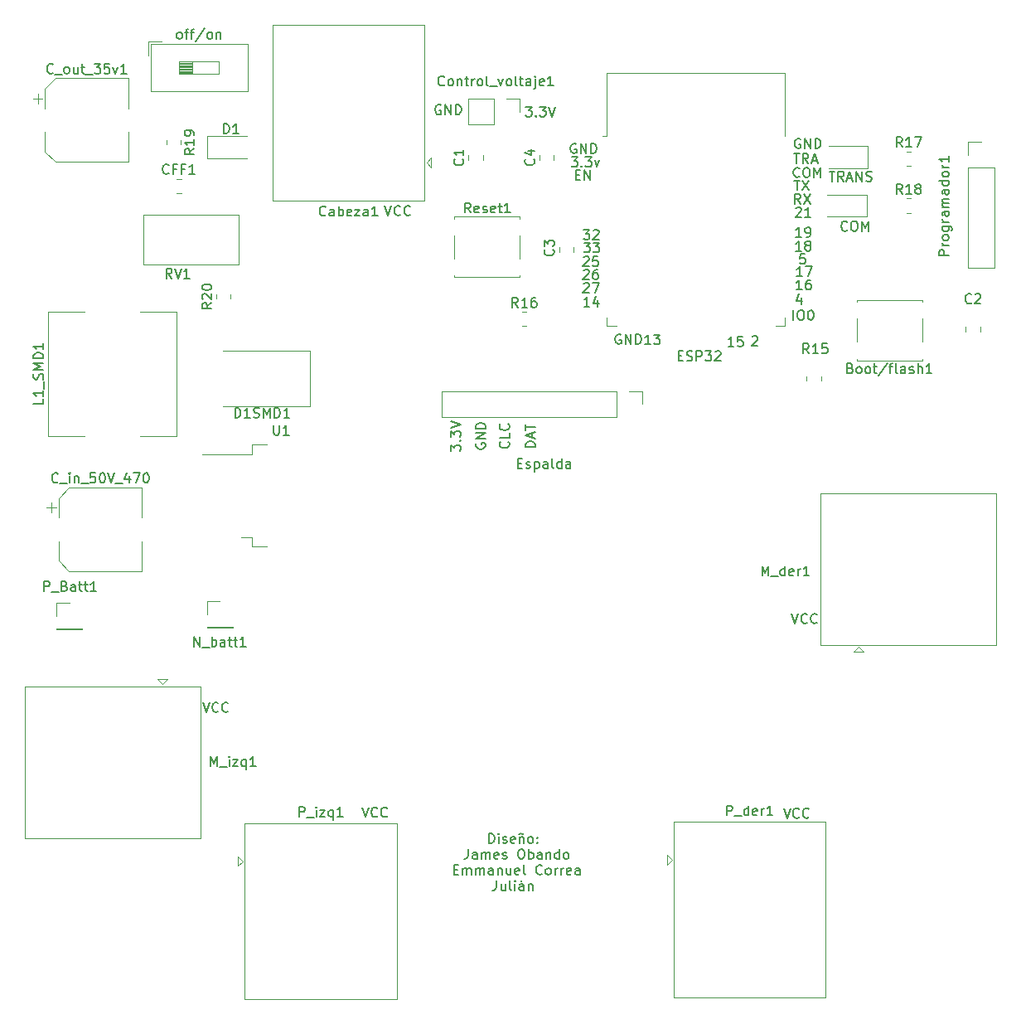
<source format=gbr>
%TF.GenerationSoftware,KiCad,Pcbnew,(6.0.1)*%
%TF.CreationDate,2022-05-21T12:13:39-05:00*%
%TF.ProjectId,esp32_2,65737033-325f-4322-9e6b-696361645f70,rev?*%
%TF.SameCoordinates,Original*%
%TF.FileFunction,Legend,Top*%
%TF.FilePolarity,Positive*%
%FSLAX46Y46*%
G04 Gerber Fmt 4.6, Leading zero omitted, Abs format (unit mm)*
G04 Created by KiCad (PCBNEW (6.0.1)) date 2022-05-21 12:13:39*
%MOMM*%
%LPD*%
G01*
G04 APERTURE LIST*
%ADD10C,0.150000*%
%ADD11C,0.120000*%
G04 APERTURE END LIST*
D10*
X134970780Y-87228228D02*
X133970780Y-87228228D01*
X133970780Y-86990133D01*
X134018400Y-86847276D01*
X134113638Y-86752038D01*
X134208876Y-86704419D01*
X134399352Y-86656800D01*
X134542209Y-86656800D01*
X134732685Y-86704419D01*
X134827923Y-86752038D01*
X134923161Y-86847276D01*
X134970780Y-86990133D01*
X134970780Y-87228228D01*
X134685066Y-86275847D02*
X134685066Y-85799657D01*
X134970780Y-86371085D02*
X133970780Y-86037752D01*
X134970780Y-85704419D01*
X133970780Y-85513942D02*
X133970780Y-84942514D01*
X134970780Y-85228228D02*
X133970780Y-85228228D01*
X132233942Y-86701238D02*
X132281561Y-86748857D01*
X132329180Y-86891714D01*
X132329180Y-86986952D01*
X132281561Y-87129809D01*
X132186323Y-87225047D01*
X132091085Y-87272666D01*
X131900609Y-87320285D01*
X131757752Y-87320285D01*
X131567276Y-87272666D01*
X131472038Y-87225047D01*
X131376800Y-87129809D01*
X131329180Y-86986952D01*
X131329180Y-86891714D01*
X131376800Y-86748857D01*
X131424419Y-86701238D01*
X132329180Y-85796476D02*
X132329180Y-86272666D01*
X131329180Y-86272666D01*
X132233942Y-84891714D02*
X132281561Y-84939333D01*
X132329180Y-85082190D01*
X132329180Y-85177428D01*
X132281561Y-85320285D01*
X132186323Y-85415523D01*
X132091085Y-85463142D01*
X131900609Y-85510761D01*
X131757752Y-85510761D01*
X131567276Y-85463142D01*
X131472038Y-85415523D01*
X131376800Y-85320285D01*
X131329180Y-85177428D01*
X131329180Y-85082190D01*
X131376800Y-84939333D01*
X131424419Y-84891714D01*
X128938400Y-86867904D02*
X128890780Y-86963142D01*
X128890780Y-87106000D01*
X128938400Y-87248857D01*
X129033638Y-87344095D01*
X129128876Y-87391714D01*
X129319352Y-87439333D01*
X129462209Y-87439333D01*
X129652685Y-87391714D01*
X129747923Y-87344095D01*
X129843161Y-87248857D01*
X129890780Y-87106000D01*
X129890780Y-87010761D01*
X129843161Y-86867904D01*
X129795542Y-86820285D01*
X129462209Y-86820285D01*
X129462209Y-87010761D01*
X129890780Y-86391714D02*
X128890780Y-86391714D01*
X129890780Y-85820285D01*
X128890780Y-85820285D01*
X129890780Y-85344095D02*
X128890780Y-85344095D01*
X128890780Y-85106000D01*
X128938400Y-84963142D01*
X129033638Y-84867904D01*
X129128876Y-84820285D01*
X129319352Y-84772666D01*
X129462209Y-84772666D01*
X129652685Y-84820285D01*
X129747923Y-84867904D01*
X129843161Y-84963142D01*
X129890780Y-85106000D01*
X129890780Y-85344095D01*
X126350780Y-87632990D02*
X126350780Y-87013942D01*
X126731733Y-87347276D01*
X126731733Y-87204419D01*
X126779352Y-87109180D01*
X126826971Y-87061561D01*
X126922209Y-87013942D01*
X127160304Y-87013942D01*
X127255542Y-87061561D01*
X127303161Y-87109180D01*
X127350780Y-87204419D01*
X127350780Y-87490133D01*
X127303161Y-87585371D01*
X127255542Y-87632990D01*
X127255542Y-86585371D02*
X127303161Y-86537752D01*
X127350780Y-86585371D01*
X127303161Y-86632990D01*
X127255542Y-86585371D01*
X127350780Y-86585371D01*
X126350780Y-86204419D02*
X126350780Y-85585371D01*
X126731733Y-85918704D01*
X126731733Y-85775847D01*
X126779352Y-85680609D01*
X126826971Y-85632990D01*
X126922209Y-85585371D01*
X127160304Y-85585371D01*
X127255542Y-85632990D01*
X127303161Y-85680609D01*
X127350780Y-85775847D01*
X127350780Y-86061561D01*
X127303161Y-86156800D01*
X127255542Y-86204419D01*
X126350780Y-85299657D02*
X127350780Y-84966323D01*
X126350780Y-84632990D01*
X162544095Y-67524380D02*
X162067904Y-67524380D01*
X162020285Y-68000571D01*
X162067904Y-67952952D01*
X162163142Y-67905333D01*
X162401238Y-67905333D01*
X162496476Y-67952952D01*
X162544095Y-68000571D01*
X162591714Y-68095809D01*
X162591714Y-68333904D01*
X162544095Y-68429142D01*
X162496476Y-68476761D01*
X162401238Y-68524380D01*
X162163142Y-68524380D01*
X162067904Y-68476761D01*
X162020285Y-68429142D01*
X139957276Y-66363780D02*
X140576323Y-66363780D01*
X140242990Y-66744733D01*
X140385847Y-66744733D01*
X140481085Y-66792352D01*
X140528704Y-66839971D01*
X140576323Y-66935209D01*
X140576323Y-67173304D01*
X140528704Y-67268542D01*
X140481085Y-67316161D01*
X140385847Y-67363780D01*
X140100133Y-67363780D01*
X140004895Y-67316161D01*
X139957276Y-67268542D01*
X140909657Y-66363780D02*
X141528704Y-66363780D01*
X141195371Y-66744733D01*
X141338228Y-66744733D01*
X141433466Y-66792352D01*
X141481085Y-66839971D01*
X141528704Y-66935209D01*
X141528704Y-67173304D01*
X141481085Y-67268542D01*
X141433466Y-67316161D01*
X141338228Y-67363780D01*
X141052514Y-67363780D01*
X140957276Y-67316161D01*
X140909657Y-67268542D01*
X143713295Y-75750800D02*
X143618057Y-75703180D01*
X143475200Y-75703180D01*
X143332342Y-75750800D01*
X143237104Y-75846038D01*
X143189485Y-75941276D01*
X143141866Y-76131752D01*
X143141866Y-76274609D01*
X143189485Y-76465085D01*
X143237104Y-76560323D01*
X143332342Y-76655561D01*
X143475200Y-76703180D01*
X143570438Y-76703180D01*
X143713295Y-76655561D01*
X143760914Y-76607942D01*
X143760914Y-76274609D01*
X143570438Y-76274609D01*
X144189485Y-76703180D02*
X144189485Y-75703180D01*
X144760914Y-76703180D01*
X144760914Y-75703180D01*
X145237104Y-76703180D02*
X145237104Y-75703180D01*
X145475200Y-75703180D01*
X145618057Y-75750800D01*
X145713295Y-75846038D01*
X145760914Y-75941276D01*
X145808533Y-76131752D01*
X145808533Y-76274609D01*
X145760914Y-76465085D01*
X145713295Y-76560323D01*
X145618057Y-76655561D01*
X145475200Y-76703180D01*
X145237104Y-76703180D01*
X162267923Y-69794380D02*
X161696495Y-69794380D01*
X161982209Y-69794380D02*
X161982209Y-68794380D01*
X161886971Y-68937238D01*
X161791733Y-69032476D01*
X161696495Y-69080095D01*
X162601257Y-68794380D02*
X163267923Y-68794380D01*
X162839352Y-69794380D01*
X157143485Y-76001619D02*
X157191104Y-75954000D01*
X157286342Y-75906380D01*
X157524438Y-75906380D01*
X157619676Y-75954000D01*
X157667295Y-76001619D01*
X157714914Y-76096857D01*
X157714914Y-76192095D01*
X157667295Y-76334952D01*
X157095866Y-76906380D01*
X157714914Y-76906380D01*
X161442495Y-60005980D02*
X162013923Y-60005980D01*
X161728209Y-61005980D02*
X161728209Y-60005980D01*
X162252019Y-60005980D02*
X162918685Y-61005980D01*
X162918685Y-60005980D02*
X162252019Y-61005980D01*
X139903295Y-70566019D02*
X139950914Y-70518400D01*
X140046152Y-70470780D01*
X140284247Y-70470780D01*
X140379485Y-70518400D01*
X140427104Y-70566019D01*
X140474723Y-70661257D01*
X140474723Y-70756495D01*
X140427104Y-70899352D01*
X139855676Y-71470780D01*
X140474723Y-71470780D01*
X140808057Y-70470780D02*
X141474723Y-70470780D01*
X141046152Y-71470780D01*
X119621466Y-62596780D02*
X119954800Y-63596780D01*
X120288133Y-62596780D01*
X121192895Y-63501542D02*
X121145276Y-63549161D01*
X121002419Y-63596780D01*
X120907180Y-63596780D01*
X120764323Y-63549161D01*
X120669085Y-63453923D01*
X120621466Y-63358685D01*
X120573847Y-63168209D01*
X120573847Y-63025352D01*
X120621466Y-62834876D01*
X120669085Y-62739638D01*
X120764323Y-62644400D01*
X120907180Y-62596780D01*
X121002419Y-62596780D01*
X121145276Y-62644400D01*
X121192895Y-62692019D01*
X122192895Y-63501542D02*
X122145276Y-63549161D01*
X122002419Y-63596780D01*
X121907180Y-63596780D01*
X121764323Y-63549161D01*
X121669085Y-63453923D01*
X121621466Y-63358685D01*
X121573847Y-63168209D01*
X121573847Y-63025352D01*
X121621466Y-62834876D01*
X121669085Y-62739638D01*
X121764323Y-62644400D01*
X121907180Y-62596780D01*
X122002419Y-62596780D01*
X122145276Y-62644400D01*
X122192895Y-62692019D01*
X162166323Y-65781180D02*
X161594895Y-65781180D01*
X161880609Y-65781180D02*
X161880609Y-64781180D01*
X161785371Y-64924038D01*
X161690133Y-65019276D01*
X161594895Y-65066895D01*
X162642514Y-65781180D02*
X162832990Y-65781180D01*
X162928228Y-65733561D01*
X162975847Y-65685942D01*
X163071085Y-65543085D01*
X163118704Y-65352609D01*
X163118704Y-64971657D01*
X163071085Y-64876419D01*
X163023466Y-64828800D01*
X162928228Y-64781180D01*
X162737752Y-64781180D01*
X162642514Y-64828800D01*
X162594895Y-64876419D01*
X162547276Y-64971657D01*
X162547276Y-65209752D01*
X162594895Y-65304990D01*
X162642514Y-65352609D01*
X162737752Y-65400228D01*
X162928228Y-65400228D01*
X163023466Y-65352609D01*
X163071085Y-65304990D01*
X163118704Y-65209752D01*
X117284666Y-124013980D02*
X117618000Y-125013980D01*
X117951333Y-124013980D01*
X118856095Y-124918742D02*
X118808476Y-124966361D01*
X118665619Y-125013980D01*
X118570380Y-125013980D01*
X118427523Y-124966361D01*
X118332285Y-124871123D01*
X118284666Y-124775885D01*
X118237047Y-124585409D01*
X118237047Y-124442552D01*
X118284666Y-124252076D01*
X118332285Y-124156838D01*
X118427523Y-124061600D01*
X118570380Y-124013980D01*
X118665619Y-124013980D01*
X118808476Y-124061600D01*
X118856095Y-124109219D01*
X119856095Y-124918742D02*
X119808476Y-124966361D01*
X119665619Y-125013980D01*
X119570380Y-125013980D01*
X119427523Y-124966361D01*
X119332285Y-124871123D01*
X119284666Y-124775885D01*
X119237047Y-124585409D01*
X119237047Y-124442552D01*
X119284666Y-124252076D01*
X119332285Y-124156838D01*
X119427523Y-124061600D01*
X119570380Y-124013980D01*
X119665619Y-124013980D01*
X119808476Y-124061600D01*
X119856095Y-124109219D01*
X140525523Y-72893180D02*
X139954095Y-72893180D01*
X140239809Y-72893180D02*
X140239809Y-71893180D01*
X140144571Y-72036038D01*
X140049333Y-72131276D01*
X139954095Y-72178895D01*
X141382666Y-72226514D02*
X141382666Y-72893180D01*
X141144571Y-71845561D02*
X140906476Y-72559847D01*
X141525523Y-72559847D01*
X139141295Y-56294400D02*
X139046057Y-56246780D01*
X138903200Y-56246780D01*
X138760342Y-56294400D01*
X138665104Y-56389638D01*
X138617485Y-56484876D01*
X138569866Y-56675352D01*
X138569866Y-56818209D01*
X138617485Y-57008685D01*
X138665104Y-57103923D01*
X138760342Y-57199161D01*
X138903200Y-57246780D01*
X138998438Y-57246780D01*
X139141295Y-57199161D01*
X139188914Y-57151542D01*
X139188914Y-56818209D01*
X138998438Y-56818209D01*
X139617485Y-57246780D02*
X139617485Y-56246780D01*
X140188914Y-57246780D01*
X140188914Y-56246780D01*
X140665104Y-57246780D02*
X140665104Y-56246780D01*
X140903200Y-56246780D01*
X141046057Y-56294400D01*
X141141295Y-56389638D01*
X141188914Y-56484876D01*
X141236533Y-56675352D01*
X141236533Y-56818209D01*
X141188914Y-57008685D01*
X141141295Y-57103923D01*
X141046057Y-57199161D01*
X140903200Y-57246780D01*
X140665104Y-57246780D01*
X125323695Y-52332000D02*
X125228457Y-52284380D01*
X125085600Y-52284380D01*
X124942742Y-52332000D01*
X124847504Y-52427238D01*
X124799885Y-52522476D01*
X124752266Y-52712952D01*
X124752266Y-52855809D01*
X124799885Y-53046285D01*
X124847504Y-53141523D01*
X124942742Y-53236761D01*
X125085600Y-53284380D01*
X125180838Y-53284380D01*
X125323695Y-53236761D01*
X125371314Y-53189142D01*
X125371314Y-52855809D01*
X125180838Y-52855809D01*
X125799885Y-53284380D02*
X125799885Y-52284380D01*
X126371314Y-53284380D01*
X126371314Y-52284380D01*
X126847504Y-53284380D02*
X126847504Y-52284380D01*
X127085600Y-52284380D01*
X127228457Y-52332000D01*
X127323695Y-52427238D01*
X127371314Y-52522476D01*
X127418933Y-52712952D01*
X127418933Y-52855809D01*
X127371314Y-53046285D01*
X127323695Y-53141523D01*
X127228457Y-53236761D01*
X127085600Y-53284380D01*
X126847504Y-53284380D01*
X101028666Y-113295180D02*
X101362000Y-114295180D01*
X101695333Y-113295180D01*
X102600095Y-114199942D02*
X102552476Y-114247561D01*
X102409619Y-114295180D01*
X102314380Y-114295180D01*
X102171523Y-114247561D01*
X102076285Y-114152323D01*
X102028666Y-114057085D01*
X101981047Y-113866609D01*
X101981047Y-113723752D01*
X102028666Y-113533276D01*
X102076285Y-113438038D01*
X102171523Y-113342800D01*
X102314380Y-113295180D01*
X102409619Y-113295180D01*
X102552476Y-113342800D01*
X102600095Y-113390419D01*
X103600095Y-114199942D02*
X103552476Y-114247561D01*
X103409619Y-114295180D01*
X103314380Y-114295180D01*
X103171523Y-114247561D01*
X103076285Y-114152323D01*
X103028666Y-114057085D01*
X102981047Y-113866609D01*
X102981047Y-113723752D01*
X103028666Y-113533276D01*
X103076285Y-113438038D01*
X103171523Y-113342800D01*
X103314380Y-113295180D01*
X103409619Y-113295180D01*
X103552476Y-113342800D01*
X103600095Y-113390419D01*
X161977485Y-59589942D02*
X161929866Y-59637561D01*
X161787009Y-59685180D01*
X161691771Y-59685180D01*
X161548914Y-59637561D01*
X161453676Y-59542323D01*
X161406057Y-59447085D01*
X161358438Y-59256609D01*
X161358438Y-59113752D01*
X161406057Y-58923276D01*
X161453676Y-58828038D01*
X161548914Y-58732800D01*
X161691771Y-58685180D01*
X161787009Y-58685180D01*
X161929866Y-58732800D01*
X161977485Y-58780419D01*
X162596533Y-58685180D02*
X162787009Y-58685180D01*
X162882247Y-58732800D01*
X162977485Y-58828038D01*
X163025104Y-59018514D01*
X163025104Y-59351847D01*
X162977485Y-59542323D01*
X162882247Y-59637561D01*
X162787009Y-59685180D01*
X162596533Y-59685180D01*
X162501295Y-59637561D01*
X162406057Y-59542323D01*
X162358438Y-59351847D01*
X162358438Y-59018514D01*
X162406057Y-58828038D01*
X162501295Y-58732800D01*
X162596533Y-58685180D01*
X163453676Y-59685180D02*
X163453676Y-58685180D01*
X163787009Y-59399466D01*
X164120342Y-58685180D01*
X164120342Y-59685180D01*
X139903295Y-67873619D02*
X139950914Y-67826000D01*
X140046152Y-67778380D01*
X140284247Y-67778380D01*
X140379485Y-67826000D01*
X140427104Y-67873619D01*
X140474723Y-67968857D01*
X140474723Y-68064095D01*
X140427104Y-68206952D01*
X139855676Y-68778380D01*
X140474723Y-68778380D01*
X141379485Y-67778380D02*
X140903295Y-67778380D01*
X140855676Y-68254571D01*
X140903295Y-68206952D01*
X140998533Y-68159333D01*
X141236628Y-68159333D01*
X141331866Y-68206952D01*
X141379485Y-68254571D01*
X141427104Y-68349809D01*
X141427104Y-68587904D01*
X141379485Y-68683142D01*
X141331866Y-68730761D01*
X141236628Y-68778380D01*
X140998533Y-68778380D01*
X140903295Y-68730761D01*
X140855676Y-68683142D01*
X139903295Y-69194419D02*
X139950914Y-69146800D01*
X140046152Y-69099180D01*
X140284247Y-69099180D01*
X140379485Y-69146800D01*
X140427104Y-69194419D01*
X140474723Y-69289657D01*
X140474723Y-69384895D01*
X140427104Y-69527752D01*
X139855676Y-70099180D01*
X140474723Y-70099180D01*
X141331866Y-69099180D02*
X141141390Y-69099180D01*
X141046152Y-69146800D01*
X140998533Y-69194419D01*
X140903295Y-69337276D01*
X140855676Y-69527752D01*
X140855676Y-69908704D01*
X140903295Y-70003942D01*
X140950914Y-70051561D01*
X141046152Y-70099180D01*
X141236628Y-70099180D01*
X141331866Y-70051561D01*
X141379485Y-70003942D01*
X141427104Y-69908704D01*
X141427104Y-69670609D01*
X141379485Y-69575371D01*
X141331866Y-69527752D01*
X141236628Y-69480133D01*
X141046152Y-69480133D01*
X140950914Y-69527752D01*
X140903295Y-69575371D01*
X140855676Y-69670609D01*
X139906476Y-65042980D02*
X140525523Y-65042980D01*
X140192190Y-65423933D01*
X140335047Y-65423933D01*
X140430285Y-65471552D01*
X140477904Y-65519171D01*
X140525523Y-65614409D01*
X140525523Y-65852504D01*
X140477904Y-65947742D01*
X140430285Y-65995361D01*
X140335047Y-66042980D01*
X140049333Y-66042980D01*
X139954095Y-65995361D01*
X139906476Y-65947742D01*
X140906476Y-65138219D02*
X140954095Y-65090600D01*
X141049333Y-65042980D01*
X141287428Y-65042980D01*
X141382666Y-65090600D01*
X141430285Y-65138219D01*
X141477904Y-65233457D01*
X141477904Y-65328695D01*
X141430285Y-65471552D01*
X140858857Y-66042980D01*
X141477904Y-66042980D01*
X162140876Y-71972514D02*
X162140876Y-72639180D01*
X161902780Y-71591561D02*
X161664685Y-72305847D01*
X162283733Y-72305847D01*
X160363066Y-124115580D02*
X160696400Y-125115580D01*
X161029733Y-124115580D01*
X161934495Y-125020342D02*
X161886876Y-125067961D01*
X161744019Y-125115580D01*
X161648780Y-125115580D01*
X161505923Y-125067961D01*
X161410685Y-124972723D01*
X161363066Y-124877485D01*
X161315447Y-124687009D01*
X161315447Y-124544152D01*
X161363066Y-124353676D01*
X161410685Y-124258438D01*
X161505923Y-124163200D01*
X161648780Y-124115580D01*
X161744019Y-124115580D01*
X161886876Y-124163200D01*
X161934495Y-124210819D01*
X162934495Y-125020342D02*
X162886876Y-125067961D01*
X162744019Y-125115580D01*
X162648780Y-125115580D01*
X162505923Y-125067961D01*
X162410685Y-124972723D01*
X162363066Y-124877485D01*
X162315447Y-124687009D01*
X162315447Y-124544152D01*
X162363066Y-124353676D01*
X162410685Y-124258438D01*
X162505923Y-124163200D01*
X162648780Y-124115580D01*
X162744019Y-124115580D01*
X162886876Y-124163200D01*
X162934495Y-124210819D01*
X139114304Y-59415371D02*
X139447638Y-59415371D01*
X139590495Y-59939180D02*
X139114304Y-59939180D01*
X139114304Y-58939180D01*
X139590495Y-58939180D01*
X140019066Y-59939180D02*
X140019066Y-58939180D01*
X140590495Y-59939180D01*
X140590495Y-58939180D01*
X138677828Y-57618380D02*
X139296876Y-57618380D01*
X138963542Y-57999333D01*
X139106400Y-57999333D01*
X139201638Y-58046952D01*
X139249257Y-58094571D01*
X139296876Y-58189809D01*
X139296876Y-58427904D01*
X139249257Y-58523142D01*
X139201638Y-58570761D01*
X139106400Y-58618380D01*
X138820685Y-58618380D01*
X138725447Y-58570761D01*
X138677828Y-58523142D01*
X139725447Y-58523142D02*
X139773066Y-58570761D01*
X139725447Y-58618380D01*
X139677828Y-58570761D01*
X139725447Y-58523142D01*
X139725447Y-58618380D01*
X140106400Y-57618380D02*
X140725447Y-57618380D01*
X140392114Y-57999333D01*
X140534971Y-57999333D01*
X140630209Y-58046952D01*
X140677828Y-58094571D01*
X140725447Y-58189809D01*
X140725447Y-58427904D01*
X140677828Y-58523142D01*
X140630209Y-58570761D01*
X140534971Y-58618380D01*
X140249257Y-58618380D01*
X140154019Y-58570761D01*
X140106400Y-58523142D01*
X141058780Y-57951714D02*
X141296876Y-58618380D01*
X141534971Y-57951714D01*
X161396514Y-57262780D02*
X161967942Y-57262780D01*
X161682228Y-58262780D02*
X161682228Y-57262780D01*
X162872704Y-58262780D02*
X162539371Y-57786590D01*
X162301276Y-58262780D02*
X162301276Y-57262780D01*
X162682228Y-57262780D01*
X162777466Y-57310400D01*
X162825085Y-57358019D01*
X162872704Y-57453257D01*
X162872704Y-57596114D01*
X162825085Y-57691352D01*
X162777466Y-57738971D01*
X162682228Y-57786590D01*
X162301276Y-57786590D01*
X163253657Y-57977066D02*
X163729847Y-57977066D01*
X163158419Y-58262780D02*
X163491752Y-57262780D01*
X163825085Y-58262780D01*
X161175866Y-104252780D02*
X161509200Y-105252780D01*
X161842533Y-104252780D01*
X162747295Y-105157542D02*
X162699676Y-105205161D01*
X162556819Y-105252780D01*
X162461580Y-105252780D01*
X162318723Y-105205161D01*
X162223485Y-105109923D01*
X162175866Y-105014685D01*
X162128247Y-104824209D01*
X162128247Y-104681352D01*
X162175866Y-104490876D01*
X162223485Y-104395638D01*
X162318723Y-104300400D01*
X162461580Y-104252780D01*
X162556819Y-104252780D01*
X162699676Y-104300400D01*
X162747295Y-104348019D01*
X163747295Y-105157542D02*
X163699676Y-105205161D01*
X163556819Y-105252780D01*
X163461580Y-105252780D01*
X163318723Y-105205161D01*
X163223485Y-105109923D01*
X163175866Y-105014685D01*
X163128247Y-104824209D01*
X163128247Y-104681352D01*
X163175866Y-104490876D01*
X163223485Y-104395638D01*
X163318723Y-104300400D01*
X163461580Y-104252780D01*
X163556819Y-104252780D01*
X163699676Y-104300400D01*
X163747295Y-104348019D01*
X146773923Y-76753980D02*
X146202495Y-76753980D01*
X146488209Y-76753980D02*
X146488209Y-75753980D01*
X146392971Y-75896838D01*
X146297733Y-75992076D01*
X146202495Y-76039695D01*
X147107257Y-75753980D02*
X147726304Y-75753980D01*
X147392971Y-76134933D01*
X147535828Y-76134933D01*
X147631066Y-76182552D01*
X147678685Y-76230171D01*
X147726304Y-76325409D01*
X147726304Y-76563504D01*
X147678685Y-76658742D01*
X147631066Y-76706361D01*
X147535828Y-76753980D01*
X147250114Y-76753980D01*
X147154876Y-76706361D01*
X147107257Y-76658742D01*
X162052095Y-55786400D02*
X161956857Y-55738780D01*
X161814000Y-55738780D01*
X161671142Y-55786400D01*
X161575904Y-55881638D01*
X161528285Y-55976876D01*
X161480666Y-56167352D01*
X161480666Y-56310209D01*
X161528285Y-56500685D01*
X161575904Y-56595923D01*
X161671142Y-56691161D01*
X161814000Y-56738780D01*
X161909238Y-56738780D01*
X162052095Y-56691161D01*
X162099714Y-56643542D01*
X162099714Y-56310209D01*
X161909238Y-56310209D01*
X162528285Y-56738780D02*
X162528285Y-55738780D01*
X163099714Y-56738780D01*
X163099714Y-55738780D01*
X163575904Y-56738780D02*
X163575904Y-55738780D01*
X163814000Y-55738780D01*
X163956857Y-55786400D01*
X164052095Y-55881638D01*
X164099714Y-55976876D01*
X164147333Y-56167352D01*
X164147333Y-56310209D01*
X164099714Y-56500685D01*
X164052095Y-56595923D01*
X163956857Y-56691161D01*
X163814000Y-56738780D01*
X163575904Y-56738780D01*
X162217123Y-71165980D02*
X161645695Y-71165980D01*
X161931409Y-71165980D02*
X161931409Y-70165980D01*
X161836171Y-70308838D01*
X161740933Y-70404076D01*
X161645695Y-70451695D01*
X163074266Y-70165980D02*
X162883790Y-70165980D01*
X162788552Y-70213600D01*
X162740933Y-70261219D01*
X162645695Y-70404076D01*
X162598076Y-70594552D01*
X162598076Y-70975504D01*
X162645695Y-71070742D01*
X162693314Y-71118361D01*
X162788552Y-71165980D01*
X162979028Y-71165980D01*
X163074266Y-71118361D01*
X163121885Y-71070742D01*
X163169504Y-70975504D01*
X163169504Y-70737409D01*
X163121885Y-70642171D01*
X163074266Y-70594552D01*
X162979028Y-70546933D01*
X162788552Y-70546933D01*
X162693314Y-70594552D01*
X162645695Y-70642171D01*
X162598076Y-70737409D01*
X130238857Y-127678980D02*
X130238857Y-126678980D01*
X130476952Y-126678980D01*
X130619809Y-126726600D01*
X130715047Y-126821838D01*
X130762666Y-126917076D01*
X130810285Y-127107552D01*
X130810285Y-127250409D01*
X130762666Y-127440885D01*
X130715047Y-127536123D01*
X130619809Y-127631361D01*
X130476952Y-127678980D01*
X130238857Y-127678980D01*
X131238857Y-127678980D02*
X131238857Y-127012314D01*
X131238857Y-126678980D02*
X131191238Y-126726600D01*
X131238857Y-126774219D01*
X131286476Y-126726600D01*
X131238857Y-126678980D01*
X131238857Y-126774219D01*
X131667428Y-127631361D02*
X131762666Y-127678980D01*
X131953142Y-127678980D01*
X132048380Y-127631361D01*
X132096000Y-127536123D01*
X132096000Y-127488504D01*
X132048380Y-127393266D01*
X131953142Y-127345647D01*
X131810285Y-127345647D01*
X131715047Y-127298028D01*
X131667428Y-127202790D01*
X131667428Y-127155171D01*
X131715047Y-127059933D01*
X131810285Y-127012314D01*
X131953142Y-127012314D01*
X132048380Y-127059933D01*
X132905523Y-127631361D02*
X132810285Y-127678980D01*
X132619809Y-127678980D01*
X132524571Y-127631361D01*
X132476952Y-127536123D01*
X132476952Y-127155171D01*
X132524571Y-127059933D01*
X132619809Y-127012314D01*
X132810285Y-127012314D01*
X132905523Y-127059933D01*
X132953142Y-127155171D01*
X132953142Y-127250409D01*
X132476952Y-127345647D01*
X133381714Y-127012314D02*
X133381714Y-127678980D01*
X133381714Y-127107552D02*
X133429333Y-127059933D01*
X133524571Y-127012314D01*
X133667428Y-127012314D01*
X133762666Y-127059933D01*
X133810285Y-127155171D01*
X133810285Y-127678980D01*
X133334095Y-126774219D02*
X133381714Y-126726600D01*
X133476952Y-126678980D01*
X133667428Y-126774219D01*
X133762666Y-126726600D01*
X133810285Y-126678980D01*
X134429333Y-127678980D02*
X134334095Y-127631361D01*
X134286476Y-127583742D01*
X134238857Y-127488504D01*
X134238857Y-127202790D01*
X134286476Y-127107552D01*
X134334095Y-127059933D01*
X134429333Y-127012314D01*
X134572190Y-127012314D01*
X134667428Y-127059933D01*
X134715047Y-127107552D01*
X134762666Y-127202790D01*
X134762666Y-127488504D01*
X134715047Y-127583742D01*
X134667428Y-127631361D01*
X134572190Y-127678980D01*
X134429333Y-127678980D01*
X135191238Y-127583742D02*
X135238857Y-127631361D01*
X135191238Y-127678980D01*
X135143619Y-127631361D01*
X135191238Y-127583742D01*
X135191238Y-127678980D01*
X135191238Y-127059933D02*
X135238857Y-127107552D01*
X135191238Y-127155171D01*
X135143619Y-127107552D01*
X135191238Y-127059933D01*
X135191238Y-127155171D01*
X128119809Y-128288980D02*
X128119809Y-129003266D01*
X128072190Y-129146123D01*
X127976952Y-129241361D01*
X127834095Y-129288980D01*
X127738857Y-129288980D01*
X129024571Y-129288980D02*
X129024571Y-128765171D01*
X128976952Y-128669933D01*
X128881714Y-128622314D01*
X128691238Y-128622314D01*
X128596000Y-128669933D01*
X129024571Y-129241361D02*
X128929333Y-129288980D01*
X128691238Y-129288980D01*
X128596000Y-129241361D01*
X128548380Y-129146123D01*
X128548380Y-129050885D01*
X128596000Y-128955647D01*
X128691238Y-128908028D01*
X128929333Y-128908028D01*
X129024571Y-128860409D01*
X129500761Y-129288980D02*
X129500761Y-128622314D01*
X129500761Y-128717552D02*
X129548380Y-128669933D01*
X129643619Y-128622314D01*
X129786476Y-128622314D01*
X129881714Y-128669933D01*
X129929333Y-128765171D01*
X129929333Y-129288980D01*
X129929333Y-128765171D02*
X129976952Y-128669933D01*
X130072190Y-128622314D01*
X130215047Y-128622314D01*
X130310285Y-128669933D01*
X130357904Y-128765171D01*
X130357904Y-129288980D01*
X131215047Y-129241361D02*
X131119809Y-129288980D01*
X130929333Y-129288980D01*
X130834095Y-129241361D01*
X130786476Y-129146123D01*
X130786476Y-128765171D01*
X130834095Y-128669933D01*
X130929333Y-128622314D01*
X131119809Y-128622314D01*
X131215047Y-128669933D01*
X131262666Y-128765171D01*
X131262666Y-128860409D01*
X130786476Y-128955647D01*
X131643619Y-129241361D02*
X131738857Y-129288980D01*
X131929333Y-129288980D01*
X132024571Y-129241361D01*
X132072190Y-129146123D01*
X132072190Y-129098504D01*
X132024571Y-129003266D01*
X131929333Y-128955647D01*
X131786476Y-128955647D01*
X131691238Y-128908028D01*
X131643619Y-128812790D01*
X131643619Y-128765171D01*
X131691238Y-128669933D01*
X131786476Y-128622314D01*
X131929333Y-128622314D01*
X132024571Y-128669933D01*
X133453142Y-128288980D02*
X133643619Y-128288980D01*
X133738857Y-128336600D01*
X133834095Y-128431838D01*
X133881714Y-128622314D01*
X133881714Y-128955647D01*
X133834095Y-129146123D01*
X133738857Y-129241361D01*
X133643619Y-129288980D01*
X133453142Y-129288980D01*
X133357904Y-129241361D01*
X133262666Y-129146123D01*
X133215047Y-128955647D01*
X133215047Y-128622314D01*
X133262666Y-128431838D01*
X133357904Y-128336600D01*
X133453142Y-128288980D01*
X134310285Y-129288980D02*
X134310285Y-128288980D01*
X134310285Y-128669933D02*
X134405523Y-128622314D01*
X134596000Y-128622314D01*
X134691238Y-128669933D01*
X134738857Y-128717552D01*
X134786476Y-128812790D01*
X134786476Y-129098504D01*
X134738857Y-129193742D01*
X134691238Y-129241361D01*
X134596000Y-129288980D01*
X134405523Y-129288980D01*
X134310285Y-129241361D01*
X135643619Y-129288980D02*
X135643619Y-128765171D01*
X135596000Y-128669933D01*
X135500761Y-128622314D01*
X135310285Y-128622314D01*
X135215047Y-128669933D01*
X135643619Y-129241361D02*
X135548380Y-129288980D01*
X135310285Y-129288980D01*
X135215047Y-129241361D01*
X135167428Y-129146123D01*
X135167428Y-129050885D01*
X135215047Y-128955647D01*
X135310285Y-128908028D01*
X135548380Y-128908028D01*
X135643619Y-128860409D01*
X136119809Y-128622314D02*
X136119809Y-129288980D01*
X136119809Y-128717552D02*
X136167428Y-128669933D01*
X136262666Y-128622314D01*
X136405523Y-128622314D01*
X136500761Y-128669933D01*
X136548380Y-128765171D01*
X136548380Y-129288980D01*
X137453142Y-129288980D02*
X137453142Y-128288980D01*
X137453142Y-129241361D02*
X137357904Y-129288980D01*
X137167428Y-129288980D01*
X137072190Y-129241361D01*
X137024571Y-129193742D01*
X136976952Y-129098504D01*
X136976952Y-128812790D01*
X137024571Y-128717552D01*
X137072190Y-128669933D01*
X137167428Y-128622314D01*
X137357904Y-128622314D01*
X137453142Y-128669933D01*
X138072190Y-129288980D02*
X137976952Y-129241361D01*
X137929333Y-129193742D01*
X137881714Y-129098504D01*
X137881714Y-128812790D01*
X137929333Y-128717552D01*
X137976952Y-128669933D01*
X138072190Y-128622314D01*
X138215047Y-128622314D01*
X138310285Y-128669933D01*
X138357904Y-128717552D01*
X138405523Y-128812790D01*
X138405523Y-129098504D01*
X138357904Y-129193742D01*
X138310285Y-129241361D01*
X138215047Y-129288980D01*
X138072190Y-129288980D01*
X126667428Y-130375171D02*
X127000761Y-130375171D01*
X127143619Y-130898980D02*
X126667428Y-130898980D01*
X126667428Y-129898980D01*
X127143619Y-129898980D01*
X127572190Y-130898980D02*
X127572190Y-130232314D01*
X127572190Y-130327552D02*
X127619809Y-130279933D01*
X127715047Y-130232314D01*
X127857904Y-130232314D01*
X127953142Y-130279933D01*
X128000761Y-130375171D01*
X128000761Y-130898980D01*
X128000761Y-130375171D02*
X128048380Y-130279933D01*
X128143619Y-130232314D01*
X128286476Y-130232314D01*
X128381714Y-130279933D01*
X128429333Y-130375171D01*
X128429333Y-130898980D01*
X128905523Y-130898980D02*
X128905523Y-130232314D01*
X128905523Y-130327552D02*
X128953142Y-130279933D01*
X129048380Y-130232314D01*
X129191238Y-130232314D01*
X129286476Y-130279933D01*
X129334095Y-130375171D01*
X129334095Y-130898980D01*
X129334095Y-130375171D02*
X129381714Y-130279933D01*
X129476952Y-130232314D01*
X129619809Y-130232314D01*
X129715047Y-130279933D01*
X129762666Y-130375171D01*
X129762666Y-130898980D01*
X130667428Y-130898980D02*
X130667428Y-130375171D01*
X130619809Y-130279933D01*
X130524571Y-130232314D01*
X130334095Y-130232314D01*
X130238857Y-130279933D01*
X130667428Y-130851361D02*
X130572190Y-130898980D01*
X130334095Y-130898980D01*
X130238857Y-130851361D01*
X130191238Y-130756123D01*
X130191238Y-130660885D01*
X130238857Y-130565647D01*
X130334095Y-130518028D01*
X130572190Y-130518028D01*
X130667428Y-130470409D01*
X131143619Y-130232314D02*
X131143619Y-130898980D01*
X131143619Y-130327552D02*
X131191238Y-130279933D01*
X131286476Y-130232314D01*
X131429333Y-130232314D01*
X131524571Y-130279933D01*
X131572190Y-130375171D01*
X131572190Y-130898980D01*
X132476952Y-130232314D02*
X132476952Y-130898980D01*
X132048380Y-130232314D02*
X132048380Y-130756123D01*
X132096000Y-130851361D01*
X132191238Y-130898980D01*
X132334095Y-130898980D01*
X132429333Y-130851361D01*
X132476952Y-130803742D01*
X133334095Y-130851361D02*
X133238857Y-130898980D01*
X133048380Y-130898980D01*
X132953142Y-130851361D01*
X132905523Y-130756123D01*
X132905523Y-130375171D01*
X132953142Y-130279933D01*
X133048380Y-130232314D01*
X133238857Y-130232314D01*
X133334095Y-130279933D01*
X133381714Y-130375171D01*
X133381714Y-130470409D01*
X132905523Y-130565647D01*
X133953142Y-130898980D02*
X133857904Y-130851361D01*
X133810285Y-130756123D01*
X133810285Y-129898980D01*
X135667428Y-130803742D02*
X135619809Y-130851361D01*
X135476952Y-130898980D01*
X135381714Y-130898980D01*
X135238857Y-130851361D01*
X135143619Y-130756123D01*
X135096000Y-130660885D01*
X135048380Y-130470409D01*
X135048380Y-130327552D01*
X135096000Y-130137076D01*
X135143619Y-130041838D01*
X135238857Y-129946600D01*
X135381714Y-129898980D01*
X135476952Y-129898980D01*
X135619809Y-129946600D01*
X135667428Y-129994219D01*
X136238857Y-130898980D02*
X136143619Y-130851361D01*
X136096000Y-130803742D01*
X136048380Y-130708504D01*
X136048380Y-130422790D01*
X136096000Y-130327552D01*
X136143619Y-130279933D01*
X136238857Y-130232314D01*
X136381714Y-130232314D01*
X136476952Y-130279933D01*
X136524571Y-130327552D01*
X136572190Y-130422790D01*
X136572190Y-130708504D01*
X136524571Y-130803742D01*
X136476952Y-130851361D01*
X136381714Y-130898980D01*
X136238857Y-130898980D01*
X137000761Y-130898980D02*
X137000761Y-130232314D01*
X137000761Y-130422790D02*
X137048380Y-130327552D01*
X137096000Y-130279933D01*
X137191238Y-130232314D01*
X137286476Y-130232314D01*
X137619809Y-130898980D02*
X137619809Y-130232314D01*
X137619809Y-130422790D02*
X137667428Y-130327552D01*
X137715047Y-130279933D01*
X137810285Y-130232314D01*
X137905523Y-130232314D01*
X138619809Y-130851361D02*
X138524571Y-130898980D01*
X138334095Y-130898980D01*
X138238857Y-130851361D01*
X138191238Y-130756123D01*
X138191238Y-130375171D01*
X138238857Y-130279933D01*
X138334095Y-130232314D01*
X138524571Y-130232314D01*
X138619809Y-130279933D01*
X138667428Y-130375171D01*
X138667428Y-130470409D01*
X138191238Y-130565647D01*
X139524571Y-130898980D02*
X139524571Y-130375171D01*
X139476952Y-130279933D01*
X139381714Y-130232314D01*
X139191238Y-130232314D01*
X139096000Y-130279933D01*
X139524571Y-130851361D02*
X139429333Y-130898980D01*
X139191238Y-130898980D01*
X139096000Y-130851361D01*
X139048380Y-130756123D01*
X139048380Y-130660885D01*
X139096000Y-130565647D01*
X139191238Y-130518028D01*
X139429333Y-130518028D01*
X139524571Y-130470409D01*
X131000761Y-131508980D02*
X131000761Y-132223266D01*
X130953142Y-132366123D01*
X130857904Y-132461361D01*
X130715047Y-132508980D01*
X130619809Y-132508980D01*
X131905523Y-131842314D02*
X131905523Y-132508980D01*
X131476952Y-131842314D02*
X131476952Y-132366123D01*
X131524571Y-132461361D01*
X131619809Y-132508980D01*
X131762666Y-132508980D01*
X131857904Y-132461361D01*
X131905523Y-132413742D01*
X132524571Y-132508980D02*
X132429333Y-132461361D01*
X132381714Y-132366123D01*
X132381714Y-131508980D01*
X132905523Y-132508980D02*
X132905523Y-131842314D01*
X132905523Y-131508980D02*
X132857904Y-131556600D01*
X132905523Y-131604219D01*
X132953142Y-131556600D01*
X132905523Y-131508980D01*
X132905523Y-131604219D01*
X133810285Y-132508980D02*
X133810285Y-131985171D01*
X133762666Y-131889933D01*
X133667428Y-131842314D01*
X133476952Y-131842314D01*
X133381714Y-131889933D01*
X133810285Y-132461361D02*
X133715047Y-132508980D01*
X133476952Y-132508980D01*
X133381714Y-132461361D01*
X133334095Y-132366123D01*
X133334095Y-132270885D01*
X133381714Y-132175647D01*
X133476952Y-132128028D01*
X133715047Y-132128028D01*
X133810285Y-132080409D01*
X133667428Y-131461361D02*
X133524571Y-131604219D01*
X134286476Y-131842314D02*
X134286476Y-132508980D01*
X134286476Y-131937552D02*
X134334095Y-131889933D01*
X134429333Y-131842314D01*
X134572190Y-131842314D01*
X134667428Y-131889933D01*
X134715047Y-131985171D01*
X134715047Y-132508980D01*
X155257523Y-76957180D02*
X154686095Y-76957180D01*
X154971809Y-76957180D02*
X154971809Y-75957180D01*
X154876571Y-76100038D01*
X154781333Y-76195276D01*
X154686095Y-76242895D01*
X156162285Y-75957180D02*
X155686095Y-75957180D01*
X155638476Y-76433371D01*
X155686095Y-76385752D01*
X155781333Y-76338133D01*
X156019428Y-76338133D01*
X156114666Y-76385752D01*
X156162285Y-76433371D01*
X156209904Y-76528609D01*
X156209904Y-76766704D01*
X156162285Y-76861942D01*
X156114666Y-76909561D01*
X156019428Y-76957180D01*
X155781333Y-76957180D01*
X155686095Y-76909561D01*
X155638476Y-76861942D01*
X162166323Y-67203580D02*
X161594895Y-67203580D01*
X161880609Y-67203580D02*
X161880609Y-66203580D01*
X161785371Y-66346438D01*
X161690133Y-66441676D01*
X161594895Y-66489295D01*
X162737752Y-66632152D02*
X162642514Y-66584533D01*
X162594895Y-66536914D01*
X162547276Y-66441676D01*
X162547276Y-66394057D01*
X162594895Y-66298819D01*
X162642514Y-66251200D01*
X162737752Y-66203580D01*
X162928228Y-66203580D01*
X163023466Y-66251200D01*
X163071085Y-66298819D01*
X163118704Y-66394057D01*
X163118704Y-66441676D01*
X163071085Y-66536914D01*
X163023466Y-66584533D01*
X162928228Y-66632152D01*
X162737752Y-66632152D01*
X162642514Y-66679771D01*
X162594895Y-66727390D01*
X162547276Y-66822628D01*
X162547276Y-67013104D01*
X162594895Y-67108342D01*
X162642514Y-67155961D01*
X162737752Y-67203580D01*
X162928228Y-67203580D01*
X163023466Y-67155961D01*
X163071085Y-67108342D01*
X163118704Y-67013104D01*
X163118704Y-66822628D01*
X163071085Y-66727390D01*
X163023466Y-66679771D01*
X162928228Y-66632152D01*
X161594895Y-62844419D02*
X161642514Y-62796800D01*
X161737752Y-62749180D01*
X161975847Y-62749180D01*
X162071085Y-62796800D01*
X162118704Y-62844419D01*
X162166323Y-62939657D01*
X162166323Y-63034895D01*
X162118704Y-63177752D01*
X161547276Y-63749180D01*
X162166323Y-63749180D01*
X163118704Y-63749180D02*
X162547276Y-63749180D01*
X162832990Y-63749180D02*
X162832990Y-62749180D01*
X162737752Y-62892038D01*
X162642514Y-62987276D01*
X162547276Y-63034895D01*
X134007409Y-52487580D02*
X134626457Y-52487580D01*
X134293123Y-52868533D01*
X134435980Y-52868533D01*
X134531219Y-52916152D01*
X134578838Y-52963771D01*
X134626457Y-53059009D01*
X134626457Y-53297104D01*
X134578838Y-53392342D01*
X134531219Y-53439961D01*
X134435980Y-53487580D01*
X134150266Y-53487580D01*
X134055028Y-53439961D01*
X134007409Y-53392342D01*
X135055028Y-53392342D02*
X135102647Y-53439961D01*
X135055028Y-53487580D01*
X135007409Y-53439961D01*
X135055028Y-53392342D01*
X135055028Y-53487580D01*
X135435980Y-52487580D02*
X136055028Y-52487580D01*
X135721695Y-52868533D01*
X135864552Y-52868533D01*
X135959790Y-52916152D01*
X136007409Y-52963771D01*
X136055028Y-53059009D01*
X136055028Y-53297104D01*
X136007409Y-53392342D01*
X135959790Y-53439961D01*
X135864552Y-53487580D01*
X135578838Y-53487580D01*
X135483600Y-53439961D01*
X135435980Y-53392342D01*
X136340742Y-52487580D02*
X136674076Y-53487580D01*
X137007409Y-52487580D01*
X161356800Y-74264780D02*
X161356800Y-73264780D01*
X162023466Y-73264780D02*
X162213942Y-73264780D01*
X162309180Y-73312400D01*
X162404419Y-73407638D01*
X162452038Y-73598114D01*
X162452038Y-73931447D01*
X162404419Y-74121923D01*
X162309180Y-74217161D01*
X162213942Y-74264780D01*
X162023466Y-74264780D01*
X161928228Y-74217161D01*
X161832990Y-74121923D01*
X161785371Y-73931447D01*
X161785371Y-73598114D01*
X161832990Y-73407638D01*
X161928228Y-73312400D01*
X162023466Y-73264780D01*
X163071085Y-73264780D02*
X163166323Y-73264780D01*
X163261561Y-73312400D01*
X163309180Y-73360019D01*
X163356800Y-73455257D01*
X163404419Y-73645733D01*
X163404419Y-73883828D01*
X163356800Y-74074304D01*
X163309180Y-74169542D01*
X163261561Y-74217161D01*
X163166323Y-74264780D01*
X163071085Y-74264780D01*
X162975847Y-74217161D01*
X162928228Y-74169542D01*
X162880609Y-74074304D01*
X162832990Y-73883828D01*
X162832990Y-73645733D01*
X162880609Y-73455257D01*
X162928228Y-73360019D01*
X162975847Y-73312400D01*
X163071085Y-73264780D01*
X162088533Y-62377580D02*
X161755200Y-61901390D01*
X161517104Y-62377580D02*
X161517104Y-61377580D01*
X161898057Y-61377580D01*
X161993295Y-61425200D01*
X162040914Y-61472819D01*
X162088533Y-61568057D01*
X162088533Y-61710914D01*
X162040914Y-61806152D01*
X161993295Y-61853771D01*
X161898057Y-61901390D01*
X161517104Y-61901390D01*
X162421866Y-61377580D02*
X163088533Y-62377580D01*
X163088533Y-61377580D02*
X162421866Y-62377580D01*
%TO.C,Espalda*%
X133199523Y-88879371D02*
X133532857Y-88879371D01*
X133675714Y-89403180D02*
X133199523Y-89403180D01*
X133199523Y-88403180D01*
X133675714Y-88403180D01*
X134056666Y-89355561D02*
X134151904Y-89403180D01*
X134342380Y-89403180D01*
X134437619Y-89355561D01*
X134485238Y-89260323D01*
X134485238Y-89212704D01*
X134437619Y-89117466D01*
X134342380Y-89069847D01*
X134199523Y-89069847D01*
X134104285Y-89022228D01*
X134056666Y-88926990D01*
X134056666Y-88879371D01*
X134104285Y-88784133D01*
X134199523Y-88736514D01*
X134342380Y-88736514D01*
X134437619Y-88784133D01*
X134913809Y-88736514D02*
X134913809Y-89736514D01*
X134913809Y-88784133D02*
X135009047Y-88736514D01*
X135199523Y-88736514D01*
X135294761Y-88784133D01*
X135342380Y-88831752D01*
X135390000Y-88926990D01*
X135390000Y-89212704D01*
X135342380Y-89307942D01*
X135294761Y-89355561D01*
X135199523Y-89403180D01*
X135009047Y-89403180D01*
X134913809Y-89355561D01*
X136247142Y-89403180D02*
X136247142Y-88879371D01*
X136199523Y-88784133D01*
X136104285Y-88736514D01*
X135913809Y-88736514D01*
X135818571Y-88784133D01*
X136247142Y-89355561D02*
X136151904Y-89403180D01*
X135913809Y-89403180D01*
X135818571Y-89355561D01*
X135770952Y-89260323D01*
X135770952Y-89165085D01*
X135818571Y-89069847D01*
X135913809Y-89022228D01*
X136151904Y-89022228D01*
X136247142Y-88974609D01*
X136866190Y-89403180D02*
X136770952Y-89355561D01*
X136723333Y-89260323D01*
X136723333Y-88403180D01*
X137675714Y-89403180D02*
X137675714Y-88403180D01*
X137675714Y-89355561D02*
X137580476Y-89403180D01*
X137390000Y-89403180D01*
X137294761Y-89355561D01*
X137247142Y-89307942D01*
X137199523Y-89212704D01*
X137199523Y-88926990D01*
X137247142Y-88831752D01*
X137294761Y-88784133D01*
X137390000Y-88736514D01*
X137580476Y-88736514D01*
X137675714Y-88784133D01*
X138580476Y-89403180D02*
X138580476Y-88879371D01*
X138532857Y-88784133D01*
X138437619Y-88736514D01*
X138247142Y-88736514D01*
X138151904Y-88784133D01*
X138580476Y-89355561D02*
X138485238Y-89403180D01*
X138247142Y-89403180D01*
X138151904Y-89355561D01*
X138104285Y-89260323D01*
X138104285Y-89165085D01*
X138151904Y-89069847D01*
X138247142Y-89022228D01*
X138485238Y-89022228D01*
X138580476Y-88974609D01*
%TO.C,TRANS*%
X165019314Y-59091580D02*
X165590742Y-59091580D01*
X165305028Y-60091580D02*
X165305028Y-59091580D01*
X166495504Y-60091580D02*
X166162171Y-59615390D01*
X165924076Y-60091580D02*
X165924076Y-59091580D01*
X166305028Y-59091580D01*
X166400266Y-59139200D01*
X166447885Y-59186819D01*
X166495504Y-59282057D01*
X166495504Y-59424914D01*
X166447885Y-59520152D01*
X166400266Y-59567771D01*
X166305028Y-59615390D01*
X165924076Y-59615390D01*
X166876457Y-59805866D02*
X167352647Y-59805866D01*
X166781219Y-60091580D02*
X167114552Y-59091580D01*
X167447885Y-60091580D01*
X167781219Y-60091580D02*
X167781219Y-59091580D01*
X168352647Y-60091580D01*
X168352647Y-59091580D01*
X168781219Y-60043961D02*
X168924076Y-60091580D01*
X169162171Y-60091580D01*
X169257409Y-60043961D01*
X169305028Y-59996342D01*
X169352647Y-59901104D01*
X169352647Y-59805866D01*
X169305028Y-59710628D01*
X169257409Y-59663009D01*
X169162171Y-59615390D01*
X168971695Y-59567771D01*
X168876457Y-59520152D01*
X168828838Y-59472533D01*
X168781219Y-59377295D01*
X168781219Y-59282057D01*
X168828838Y-59186819D01*
X168876457Y-59139200D01*
X168971695Y-59091580D01*
X169209790Y-59091580D01*
X169352647Y-59139200D01*
%TO.C,COM*%
X166854285Y-65076342D02*
X166806666Y-65123961D01*
X166663809Y-65171580D01*
X166568571Y-65171580D01*
X166425714Y-65123961D01*
X166330476Y-65028723D01*
X166282857Y-64933485D01*
X166235238Y-64743009D01*
X166235238Y-64600152D01*
X166282857Y-64409676D01*
X166330476Y-64314438D01*
X166425714Y-64219200D01*
X166568571Y-64171580D01*
X166663809Y-64171580D01*
X166806666Y-64219200D01*
X166854285Y-64266819D01*
X167473333Y-64171580D02*
X167663809Y-64171580D01*
X167759047Y-64219200D01*
X167854285Y-64314438D01*
X167901904Y-64504914D01*
X167901904Y-64838247D01*
X167854285Y-65028723D01*
X167759047Y-65123961D01*
X167663809Y-65171580D01*
X167473333Y-65171580D01*
X167378095Y-65123961D01*
X167282857Y-65028723D01*
X167235238Y-64838247D01*
X167235238Y-64504914D01*
X167282857Y-64314438D01*
X167378095Y-64219200D01*
X167473333Y-64171580D01*
X168330476Y-65171580D02*
X168330476Y-64171580D01*
X168663809Y-64885866D01*
X168997142Y-64171580D01*
X168997142Y-65171580D01*
%TO.C,D1*%
X103147904Y-55223580D02*
X103147904Y-54223580D01*
X103386000Y-54223580D01*
X103528857Y-54271200D01*
X103624095Y-54366438D01*
X103671714Y-54461676D01*
X103719333Y-54652152D01*
X103719333Y-54795009D01*
X103671714Y-54985485D01*
X103624095Y-55080723D01*
X103528857Y-55175961D01*
X103386000Y-55223580D01*
X103147904Y-55223580D01*
X104671714Y-55223580D02*
X104100285Y-55223580D01*
X104386000Y-55223580D02*
X104386000Y-54223580D01*
X104290761Y-54366438D01*
X104195523Y-54461676D01*
X104100285Y-54509295D01*
%TO.C,C4*%
X134821142Y-57824666D02*
X134868761Y-57872285D01*
X134916380Y-58015142D01*
X134916380Y-58110380D01*
X134868761Y-58253238D01*
X134773523Y-58348476D01*
X134678285Y-58396095D01*
X134487809Y-58443714D01*
X134344952Y-58443714D01*
X134154476Y-58396095D01*
X134059238Y-58348476D01*
X133964000Y-58253238D01*
X133916380Y-58110380D01*
X133916380Y-58015142D01*
X133964000Y-57872285D01*
X134011619Y-57824666D01*
X134249714Y-56967523D02*
X134916380Y-56967523D01*
X133868761Y-57205619D02*
X134583047Y-57443714D01*
X134583047Y-56824666D01*
%TO.C,C1*%
X127556742Y-57824666D02*
X127604361Y-57872285D01*
X127651980Y-58015142D01*
X127651980Y-58110380D01*
X127604361Y-58253238D01*
X127509123Y-58348476D01*
X127413885Y-58396095D01*
X127223409Y-58443714D01*
X127080552Y-58443714D01*
X126890076Y-58396095D01*
X126794838Y-58348476D01*
X126699600Y-58253238D01*
X126651980Y-58110380D01*
X126651980Y-58015142D01*
X126699600Y-57872285D01*
X126747219Y-57824666D01*
X127651980Y-56872285D02*
X127651980Y-57443714D01*
X127651980Y-57158000D02*
X126651980Y-57158000D01*
X126794838Y-57253238D01*
X126890076Y-57348476D01*
X126937695Y-57443714D01*
%TO.C,N_batt1*%
X100123952Y-107589580D02*
X100123952Y-106589580D01*
X100695380Y-107589580D01*
X100695380Y-106589580D01*
X100933476Y-107684819D02*
X101695380Y-107684819D01*
X101933476Y-107589580D02*
X101933476Y-106589580D01*
X101933476Y-106970533D02*
X102028714Y-106922914D01*
X102219190Y-106922914D01*
X102314428Y-106970533D01*
X102362047Y-107018152D01*
X102409666Y-107113390D01*
X102409666Y-107399104D01*
X102362047Y-107494342D01*
X102314428Y-107541961D01*
X102219190Y-107589580D01*
X102028714Y-107589580D01*
X101933476Y-107541961D01*
X103266809Y-107589580D02*
X103266809Y-107065771D01*
X103219190Y-106970533D01*
X103123952Y-106922914D01*
X102933476Y-106922914D01*
X102838238Y-106970533D01*
X103266809Y-107541961D02*
X103171571Y-107589580D01*
X102933476Y-107589580D01*
X102838238Y-107541961D01*
X102790619Y-107446723D01*
X102790619Y-107351485D01*
X102838238Y-107256247D01*
X102933476Y-107208628D01*
X103171571Y-107208628D01*
X103266809Y-107161009D01*
X103600142Y-106922914D02*
X103981095Y-106922914D01*
X103743000Y-106589580D02*
X103743000Y-107446723D01*
X103790619Y-107541961D01*
X103885857Y-107589580D01*
X103981095Y-107589580D01*
X104171571Y-106922914D02*
X104552523Y-106922914D01*
X104314428Y-106589580D02*
X104314428Y-107446723D01*
X104362047Y-107541961D01*
X104457285Y-107589580D01*
X104552523Y-107589580D01*
X105409666Y-107589580D02*
X104838238Y-107589580D01*
X105123952Y-107589580D02*
X105123952Y-106589580D01*
X105028714Y-106732438D01*
X104933476Y-106827676D01*
X104838238Y-106875295D01*
%TO.C,C3*%
X136805942Y-67070266D02*
X136853561Y-67117885D01*
X136901180Y-67260742D01*
X136901180Y-67355980D01*
X136853561Y-67498838D01*
X136758323Y-67594076D01*
X136663085Y-67641695D01*
X136472609Y-67689314D01*
X136329752Y-67689314D01*
X136139276Y-67641695D01*
X136044038Y-67594076D01*
X135948800Y-67498838D01*
X135901180Y-67355980D01*
X135901180Y-67260742D01*
X135948800Y-67117885D01*
X135996419Y-67070266D01*
X135901180Y-66736933D02*
X135901180Y-66117885D01*
X136282133Y-66451219D01*
X136282133Y-66308361D01*
X136329752Y-66213123D01*
X136377371Y-66165504D01*
X136472609Y-66117885D01*
X136710704Y-66117885D01*
X136805942Y-66165504D01*
X136853561Y-66213123D01*
X136901180Y-66308361D01*
X136901180Y-66594076D01*
X136853561Y-66689314D01*
X136805942Y-66736933D01*
%TO.C,M_izq1*%
X101803485Y-119832380D02*
X101803485Y-118832380D01*
X102136819Y-119546666D01*
X102470152Y-118832380D01*
X102470152Y-119832380D01*
X102708247Y-119927619D02*
X103470152Y-119927619D01*
X103708247Y-119832380D02*
X103708247Y-119165714D01*
X103708247Y-118832380D02*
X103660628Y-118880000D01*
X103708247Y-118927619D01*
X103755866Y-118880000D01*
X103708247Y-118832380D01*
X103708247Y-118927619D01*
X104089200Y-119165714D02*
X104613009Y-119165714D01*
X104089200Y-119832380D01*
X104613009Y-119832380D01*
X105422533Y-119165714D02*
X105422533Y-120165714D01*
X105422533Y-119784761D02*
X105327295Y-119832380D01*
X105136819Y-119832380D01*
X105041580Y-119784761D01*
X104993961Y-119737142D01*
X104946342Y-119641904D01*
X104946342Y-119356190D01*
X104993961Y-119260952D01*
X105041580Y-119213333D01*
X105136819Y-119165714D01*
X105327295Y-119165714D01*
X105422533Y-119213333D01*
X106422533Y-119832380D02*
X105851104Y-119832380D01*
X106136819Y-119832380D02*
X106136819Y-118832380D01*
X106041580Y-118975238D01*
X105946342Y-119070476D01*
X105851104Y-119118095D01*
%TO.C,C2*%
X179538333Y-72493142D02*
X179490714Y-72540761D01*
X179347857Y-72588380D01*
X179252619Y-72588380D01*
X179109761Y-72540761D01*
X179014523Y-72445523D01*
X178966904Y-72350285D01*
X178919285Y-72159809D01*
X178919285Y-72016952D01*
X178966904Y-71826476D01*
X179014523Y-71731238D01*
X179109761Y-71636000D01*
X179252619Y-71588380D01*
X179347857Y-71588380D01*
X179490714Y-71636000D01*
X179538333Y-71683619D01*
X179919285Y-71683619D02*
X179966904Y-71636000D01*
X180062142Y-71588380D01*
X180300238Y-71588380D01*
X180395476Y-71636000D01*
X180443095Y-71683619D01*
X180490714Y-71778857D01*
X180490714Y-71874095D01*
X180443095Y-72016952D01*
X179871666Y-72588380D01*
X180490714Y-72588380D01*
%TO.C,R18*%
X172474142Y-61387980D02*
X172140809Y-60911790D01*
X171902714Y-61387980D02*
X171902714Y-60387980D01*
X172283666Y-60387980D01*
X172378904Y-60435600D01*
X172426523Y-60483219D01*
X172474142Y-60578457D01*
X172474142Y-60721314D01*
X172426523Y-60816552D01*
X172378904Y-60864171D01*
X172283666Y-60911790D01*
X171902714Y-60911790D01*
X173426523Y-61387980D02*
X172855095Y-61387980D01*
X173140809Y-61387980D02*
X173140809Y-60387980D01*
X173045571Y-60530838D01*
X172950333Y-60626076D01*
X172855095Y-60673695D01*
X173997952Y-60816552D02*
X173902714Y-60768933D01*
X173855095Y-60721314D01*
X173807476Y-60626076D01*
X173807476Y-60578457D01*
X173855095Y-60483219D01*
X173902714Y-60435600D01*
X173997952Y-60387980D01*
X174188428Y-60387980D01*
X174283666Y-60435600D01*
X174331285Y-60483219D01*
X174378904Y-60578457D01*
X174378904Y-60626076D01*
X174331285Y-60721314D01*
X174283666Y-60768933D01*
X174188428Y-60816552D01*
X173997952Y-60816552D01*
X173902714Y-60864171D01*
X173855095Y-60911790D01*
X173807476Y-61007028D01*
X173807476Y-61197504D01*
X173855095Y-61292742D01*
X173902714Y-61340361D01*
X173997952Y-61387980D01*
X174188428Y-61387980D01*
X174283666Y-61340361D01*
X174331285Y-61292742D01*
X174378904Y-61197504D01*
X174378904Y-61007028D01*
X174331285Y-60911790D01*
X174283666Y-60864171D01*
X174188428Y-60816552D01*
%TO.C,Cabeza1*%
X113558357Y-63543142D02*
X113510738Y-63590761D01*
X113367880Y-63638380D01*
X113272642Y-63638380D01*
X113129785Y-63590761D01*
X113034547Y-63495523D01*
X112986928Y-63400285D01*
X112939309Y-63209809D01*
X112939309Y-63066952D01*
X112986928Y-62876476D01*
X113034547Y-62781238D01*
X113129785Y-62686000D01*
X113272642Y-62638380D01*
X113367880Y-62638380D01*
X113510738Y-62686000D01*
X113558357Y-62733619D01*
X114415500Y-63638380D02*
X114415500Y-63114571D01*
X114367880Y-63019333D01*
X114272642Y-62971714D01*
X114082166Y-62971714D01*
X113986928Y-63019333D01*
X114415500Y-63590761D02*
X114320261Y-63638380D01*
X114082166Y-63638380D01*
X113986928Y-63590761D01*
X113939309Y-63495523D01*
X113939309Y-63400285D01*
X113986928Y-63305047D01*
X114082166Y-63257428D01*
X114320261Y-63257428D01*
X114415500Y-63209809D01*
X114891690Y-63638380D02*
X114891690Y-62638380D01*
X114891690Y-63019333D02*
X114986928Y-62971714D01*
X115177404Y-62971714D01*
X115272642Y-63019333D01*
X115320261Y-63066952D01*
X115367880Y-63162190D01*
X115367880Y-63447904D01*
X115320261Y-63543142D01*
X115272642Y-63590761D01*
X115177404Y-63638380D01*
X114986928Y-63638380D01*
X114891690Y-63590761D01*
X116177404Y-63590761D02*
X116082166Y-63638380D01*
X115891690Y-63638380D01*
X115796452Y-63590761D01*
X115748833Y-63495523D01*
X115748833Y-63114571D01*
X115796452Y-63019333D01*
X115891690Y-62971714D01*
X116082166Y-62971714D01*
X116177404Y-63019333D01*
X116225023Y-63114571D01*
X116225023Y-63209809D01*
X115748833Y-63305047D01*
X116558357Y-62971714D02*
X117082166Y-62971714D01*
X116558357Y-63638380D01*
X117082166Y-63638380D01*
X117891690Y-63638380D02*
X117891690Y-63114571D01*
X117844071Y-63019333D01*
X117748833Y-62971714D01*
X117558357Y-62971714D01*
X117463119Y-63019333D01*
X117891690Y-63590761D02*
X117796452Y-63638380D01*
X117558357Y-63638380D01*
X117463119Y-63590761D01*
X117415500Y-63495523D01*
X117415500Y-63400285D01*
X117463119Y-63305047D01*
X117558357Y-63257428D01*
X117796452Y-63257428D01*
X117891690Y-63209809D01*
X118891690Y-63638380D02*
X118320261Y-63638380D01*
X118605976Y-63638380D02*
X118605976Y-62638380D01*
X118510738Y-62781238D01*
X118415500Y-62876476D01*
X118320261Y-62924095D01*
%TO.C,M_der1*%
X158147047Y-100375980D02*
X158147047Y-99375980D01*
X158480380Y-100090266D01*
X158813714Y-99375980D01*
X158813714Y-100375980D01*
X159051809Y-100471219D02*
X159813714Y-100471219D01*
X160480380Y-100375980D02*
X160480380Y-99375980D01*
X160480380Y-100328361D02*
X160385142Y-100375980D01*
X160194666Y-100375980D01*
X160099428Y-100328361D01*
X160051809Y-100280742D01*
X160004190Y-100185504D01*
X160004190Y-99899790D01*
X160051809Y-99804552D01*
X160099428Y-99756933D01*
X160194666Y-99709314D01*
X160385142Y-99709314D01*
X160480380Y-99756933D01*
X161337523Y-100328361D02*
X161242285Y-100375980D01*
X161051809Y-100375980D01*
X160956571Y-100328361D01*
X160908952Y-100233123D01*
X160908952Y-99852171D01*
X160956571Y-99756933D01*
X161051809Y-99709314D01*
X161242285Y-99709314D01*
X161337523Y-99756933D01*
X161385142Y-99852171D01*
X161385142Y-99947409D01*
X160908952Y-100042647D01*
X161813714Y-100375980D02*
X161813714Y-99709314D01*
X161813714Y-99899790D02*
X161861333Y-99804552D01*
X161908952Y-99756933D01*
X162004190Y-99709314D01*
X162099428Y-99709314D01*
X162956571Y-100375980D02*
X162385142Y-100375980D01*
X162670857Y-100375980D02*
X162670857Y-99375980D01*
X162575619Y-99518838D01*
X162480380Y-99614076D01*
X162385142Y-99661695D01*
%TO.C,P_izq1*%
X110851214Y-124972380D02*
X110851214Y-123972380D01*
X111232166Y-123972380D01*
X111327404Y-124020000D01*
X111375023Y-124067619D01*
X111422642Y-124162857D01*
X111422642Y-124305714D01*
X111375023Y-124400952D01*
X111327404Y-124448571D01*
X111232166Y-124496190D01*
X110851214Y-124496190D01*
X111613119Y-125067619D02*
X112375023Y-125067619D01*
X112613119Y-124972380D02*
X112613119Y-124305714D01*
X112613119Y-123972380D02*
X112565500Y-124020000D01*
X112613119Y-124067619D01*
X112660738Y-124020000D01*
X112613119Y-123972380D01*
X112613119Y-124067619D01*
X112994071Y-124305714D02*
X113517880Y-124305714D01*
X112994071Y-124972380D01*
X113517880Y-124972380D01*
X114327404Y-124305714D02*
X114327404Y-125305714D01*
X114327404Y-124924761D02*
X114232166Y-124972380D01*
X114041690Y-124972380D01*
X113946452Y-124924761D01*
X113898833Y-124877142D01*
X113851214Y-124781904D01*
X113851214Y-124496190D01*
X113898833Y-124400952D01*
X113946452Y-124353333D01*
X114041690Y-124305714D01*
X114232166Y-124305714D01*
X114327404Y-124353333D01*
X115327404Y-124972380D02*
X114755976Y-124972380D01*
X115041690Y-124972380D02*
X115041690Y-123972380D01*
X114946452Y-124115238D01*
X114851214Y-124210476D01*
X114755976Y-124258095D01*
%TO.C,CFF1*%
X97528190Y-59256142D02*
X97480571Y-59303761D01*
X97337714Y-59351380D01*
X97242476Y-59351380D01*
X97099619Y-59303761D01*
X97004380Y-59208523D01*
X96956761Y-59113285D01*
X96909142Y-58922809D01*
X96909142Y-58779952D01*
X96956761Y-58589476D01*
X97004380Y-58494238D01*
X97099619Y-58399000D01*
X97242476Y-58351380D01*
X97337714Y-58351380D01*
X97480571Y-58399000D01*
X97528190Y-58446619D01*
X98290095Y-58827571D02*
X97956761Y-58827571D01*
X97956761Y-59351380D02*
X97956761Y-58351380D01*
X98432952Y-58351380D01*
X99147238Y-58827571D02*
X98813904Y-58827571D01*
X98813904Y-59351380D02*
X98813904Y-58351380D01*
X99290095Y-58351380D01*
X100194857Y-59351380D02*
X99623428Y-59351380D01*
X99909142Y-59351380D02*
X99909142Y-58351380D01*
X99813904Y-58494238D01*
X99718666Y-58589476D01*
X99623428Y-58637095D01*
%TO.C,C_out_35v1*%
X85701619Y-49005142D02*
X85654000Y-49052761D01*
X85511142Y-49100380D01*
X85415904Y-49100380D01*
X85273047Y-49052761D01*
X85177809Y-48957523D01*
X85130190Y-48862285D01*
X85082571Y-48671809D01*
X85082571Y-48528952D01*
X85130190Y-48338476D01*
X85177809Y-48243238D01*
X85273047Y-48148000D01*
X85415904Y-48100380D01*
X85511142Y-48100380D01*
X85654000Y-48148000D01*
X85701619Y-48195619D01*
X85892095Y-49195619D02*
X86654000Y-49195619D01*
X87034952Y-49100380D02*
X86939714Y-49052761D01*
X86892095Y-49005142D01*
X86844476Y-48909904D01*
X86844476Y-48624190D01*
X86892095Y-48528952D01*
X86939714Y-48481333D01*
X87034952Y-48433714D01*
X87177809Y-48433714D01*
X87273047Y-48481333D01*
X87320666Y-48528952D01*
X87368285Y-48624190D01*
X87368285Y-48909904D01*
X87320666Y-49005142D01*
X87273047Y-49052761D01*
X87177809Y-49100380D01*
X87034952Y-49100380D01*
X88225428Y-48433714D02*
X88225428Y-49100380D01*
X87796857Y-48433714D02*
X87796857Y-48957523D01*
X87844476Y-49052761D01*
X87939714Y-49100380D01*
X88082571Y-49100380D01*
X88177809Y-49052761D01*
X88225428Y-49005142D01*
X88558761Y-48433714D02*
X88939714Y-48433714D01*
X88701619Y-48100380D02*
X88701619Y-48957523D01*
X88749238Y-49052761D01*
X88844476Y-49100380D01*
X88939714Y-49100380D01*
X89034952Y-49195619D02*
X89796857Y-49195619D01*
X89939714Y-48100380D02*
X90558761Y-48100380D01*
X90225428Y-48481333D01*
X90368285Y-48481333D01*
X90463523Y-48528952D01*
X90511142Y-48576571D01*
X90558761Y-48671809D01*
X90558761Y-48909904D01*
X90511142Y-49005142D01*
X90463523Y-49052761D01*
X90368285Y-49100380D01*
X90082571Y-49100380D01*
X89987333Y-49052761D01*
X89939714Y-49005142D01*
X91463523Y-48100380D02*
X90987333Y-48100380D01*
X90939714Y-48576571D01*
X90987333Y-48528952D01*
X91082571Y-48481333D01*
X91320666Y-48481333D01*
X91415904Y-48528952D01*
X91463523Y-48576571D01*
X91511142Y-48671809D01*
X91511142Y-48909904D01*
X91463523Y-49005142D01*
X91415904Y-49052761D01*
X91320666Y-49100380D01*
X91082571Y-49100380D01*
X90987333Y-49052761D01*
X90939714Y-49005142D01*
X91844476Y-48433714D02*
X92082571Y-49100380D01*
X92320666Y-48433714D01*
X93225428Y-49100380D02*
X92654000Y-49100380D01*
X92939714Y-49100380D02*
X92939714Y-48100380D01*
X92844476Y-48243238D01*
X92749238Y-48338476D01*
X92654000Y-48386095D01*
%TO.C,Reset1*%
X128383714Y-63304380D02*
X128050380Y-62828190D01*
X127812285Y-63304380D02*
X127812285Y-62304380D01*
X128193238Y-62304380D01*
X128288476Y-62352000D01*
X128336095Y-62399619D01*
X128383714Y-62494857D01*
X128383714Y-62637714D01*
X128336095Y-62732952D01*
X128288476Y-62780571D01*
X128193238Y-62828190D01*
X127812285Y-62828190D01*
X129193238Y-63256761D02*
X129098000Y-63304380D01*
X128907523Y-63304380D01*
X128812285Y-63256761D01*
X128764666Y-63161523D01*
X128764666Y-62780571D01*
X128812285Y-62685333D01*
X128907523Y-62637714D01*
X129098000Y-62637714D01*
X129193238Y-62685333D01*
X129240857Y-62780571D01*
X129240857Y-62875809D01*
X128764666Y-62971047D01*
X129621809Y-63256761D02*
X129717047Y-63304380D01*
X129907523Y-63304380D01*
X130002761Y-63256761D01*
X130050380Y-63161523D01*
X130050380Y-63113904D01*
X130002761Y-63018666D01*
X129907523Y-62971047D01*
X129764666Y-62971047D01*
X129669428Y-62923428D01*
X129621809Y-62828190D01*
X129621809Y-62780571D01*
X129669428Y-62685333D01*
X129764666Y-62637714D01*
X129907523Y-62637714D01*
X130002761Y-62685333D01*
X130859904Y-63256761D02*
X130764666Y-63304380D01*
X130574190Y-63304380D01*
X130478952Y-63256761D01*
X130431333Y-63161523D01*
X130431333Y-62780571D01*
X130478952Y-62685333D01*
X130574190Y-62637714D01*
X130764666Y-62637714D01*
X130859904Y-62685333D01*
X130907523Y-62780571D01*
X130907523Y-62875809D01*
X130431333Y-62971047D01*
X131193238Y-62637714D02*
X131574190Y-62637714D01*
X131336095Y-62304380D02*
X131336095Y-63161523D01*
X131383714Y-63256761D01*
X131478952Y-63304380D01*
X131574190Y-63304380D01*
X132431333Y-63304380D02*
X131859904Y-63304380D01*
X132145619Y-63304380D02*
X132145619Y-62304380D01*
X132050380Y-62447238D01*
X131955142Y-62542476D01*
X131859904Y-62590095D01*
%TO.C,R19*%
X100146380Y-56776857D02*
X99670190Y-57110190D01*
X100146380Y-57348285D02*
X99146380Y-57348285D01*
X99146380Y-56967333D01*
X99194000Y-56872095D01*
X99241619Y-56824476D01*
X99336857Y-56776857D01*
X99479714Y-56776857D01*
X99574952Y-56824476D01*
X99622571Y-56872095D01*
X99670190Y-56967333D01*
X99670190Y-57348285D01*
X100146380Y-55824476D02*
X100146380Y-56395904D01*
X100146380Y-56110190D02*
X99146380Y-56110190D01*
X99289238Y-56205428D01*
X99384476Y-56300666D01*
X99432095Y-56395904D01*
X100146380Y-55348285D02*
X100146380Y-55157809D01*
X100098761Y-55062571D01*
X100051142Y-55014952D01*
X99908285Y-54919714D01*
X99717809Y-54872095D01*
X99336857Y-54872095D01*
X99241619Y-54919714D01*
X99194000Y-54967333D01*
X99146380Y-55062571D01*
X99146380Y-55253047D01*
X99194000Y-55348285D01*
X99241619Y-55395904D01*
X99336857Y-55443523D01*
X99574952Y-55443523D01*
X99670190Y-55395904D01*
X99717809Y-55348285D01*
X99765428Y-55253047D01*
X99765428Y-55062571D01*
X99717809Y-54967333D01*
X99670190Y-54919714D01*
X99574952Y-54872095D01*
%TO.C,L1_SMD1*%
X84719380Y-82327428D02*
X84719380Y-82803619D01*
X83719380Y-82803619D01*
X84719380Y-81470285D02*
X84719380Y-82041714D01*
X84719380Y-81756000D02*
X83719380Y-81756000D01*
X83862238Y-81851238D01*
X83957476Y-81946476D01*
X84005095Y-82041714D01*
X84814619Y-81279809D02*
X84814619Y-80517904D01*
X84671761Y-80327428D02*
X84719380Y-80184571D01*
X84719380Y-79946476D01*
X84671761Y-79851238D01*
X84624142Y-79803619D01*
X84528904Y-79756000D01*
X84433666Y-79756000D01*
X84338428Y-79803619D01*
X84290809Y-79851238D01*
X84243190Y-79946476D01*
X84195571Y-80136952D01*
X84147952Y-80232190D01*
X84100333Y-80279809D01*
X84005095Y-80327428D01*
X83909857Y-80327428D01*
X83814619Y-80279809D01*
X83767000Y-80232190D01*
X83719380Y-80136952D01*
X83719380Y-79898857D01*
X83767000Y-79756000D01*
X84719380Y-79327428D02*
X83719380Y-79327428D01*
X84433666Y-78994095D01*
X83719380Y-78660761D01*
X84719380Y-78660761D01*
X84719380Y-78184571D02*
X83719380Y-78184571D01*
X83719380Y-77946476D01*
X83767000Y-77803619D01*
X83862238Y-77708380D01*
X83957476Y-77660761D01*
X84147952Y-77613142D01*
X84290809Y-77613142D01*
X84481285Y-77660761D01*
X84576523Y-77708380D01*
X84671761Y-77803619D01*
X84719380Y-77946476D01*
X84719380Y-78184571D01*
X84719380Y-76660761D02*
X84719380Y-77232190D01*
X84719380Y-76946476D02*
X83719380Y-76946476D01*
X83862238Y-77041714D01*
X83957476Y-77136952D01*
X84005095Y-77232190D01*
%TO.C,Control_voltaje1*%
X125695495Y-50242742D02*
X125647876Y-50290361D01*
X125505019Y-50337980D01*
X125409780Y-50337980D01*
X125266923Y-50290361D01*
X125171685Y-50195123D01*
X125124066Y-50099885D01*
X125076447Y-49909409D01*
X125076447Y-49766552D01*
X125124066Y-49576076D01*
X125171685Y-49480838D01*
X125266923Y-49385600D01*
X125409780Y-49337980D01*
X125505019Y-49337980D01*
X125647876Y-49385600D01*
X125695495Y-49433219D01*
X126266923Y-50337980D02*
X126171685Y-50290361D01*
X126124066Y-50242742D01*
X126076447Y-50147504D01*
X126076447Y-49861790D01*
X126124066Y-49766552D01*
X126171685Y-49718933D01*
X126266923Y-49671314D01*
X126409780Y-49671314D01*
X126505019Y-49718933D01*
X126552638Y-49766552D01*
X126600257Y-49861790D01*
X126600257Y-50147504D01*
X126552638Y-50242742D01*
X126505019Y-50290361D01*
X126409780Y-50337980D01*
X126266923Y-50337980D01*
X127028828Y-49671314D02*
X127028828Y-50337980D01*
X127028828Y-49766552D02*
X127076447Y-49718933D01*
X127171685Y-49671314D01*
X127314542Y-49671314D01*
X127409780Y-49718933D01*
X127457400Y-49814171D01*
X127457400Y-50337980D01*
X127790733Y-49671314D02*
X128171685Y-49671314D01*
X127933590Y-49337980D02*
X127933590Y-50195123D01*
X127981209Y-50290361D01*
X128076447Y-50337980D01*
X128171685Y-50337980D01*
X128505019Y-50337980D02*
X128505019Y-49671314D01*
X128505019Y-49861790D02*
X128552638Y-49766552D01*
X128600257Y-49718933D01*
X128695495Y-49671314D01*
X128790733Y-49671314D01*
X129266923Y-50337980D02*
X129171685Y-50290361D01*
X129124066Y-50242742D01*
X129076447Y-50147504D01*
X129076447Y-49861790D01*
X129124066Y-49766552D01*
X129171685Y-49718933D01*
X129266923Y-49671314D01*
X129409780Y-49671314D01*
X129505019Y-49718933D01*
X129552638Y-49766552D01*
X129600257Y-49861790D01*
X129600257Y-50147504D01*
X129552638Y-50242742D01*
X129505019Y-50290361D01*
X129409780Y-50337980D01*
X129266923Y-50337980D01*
X130171685Y-50337980D02*
X130076447Y-50290361D01*
X130028828Y-50195123D01*
X130028828Y-49337980D01*
X130314542Y-50433219D02*
X131076447Y-50433219D01*
X131219304Y-49671314D02*
X131457400Y-50337980D01*
X131695495Y-49671314D01*
X132219304Y-50337980D02*
X132124066Y-50290361D01*
X132076447Y-50242742D01*
X132028828Y-50147504D01*
X132028828Y-49861790D01*
X132076447Y-49766552D01*
X132124066Y-49718933D01*
X132219304Y-49671314D01*
X132362161Y-49671314D01*
X132457400Y-49718933D01*
X132505019Y-49766552D01*
X132552638Y-49861790D01*
X132552638Y-50147504D01*
X132505019Y-50242742D01*
X132457400Y-50290361D01*
X132362161Y-50337980D01*
X132219304Y-50337980D01*
X133124066Y-50337980D02*
X133028828Y-50290361D01*
X132981209Y-50195123D01*
X132981209Y-49337980D01*
X133362161Y-49671314D02*
X133743114Y-49671314D01*
X133505019Y-49337980D02*
X133505019Y-50195123D01*
X133552638Y-50290361D01*
X133647876Y-50337980D01*
X133743114Y-50337980D01*
X134505019Y-50337980D02*
X134505019Y-49814171D01*
X134457400Y-49718933D01*
X134362161Y-49671314D01*
X134171685Y-49671314D01*
X134076447Y-49718933D01*
X134505019Y-50290361D02*
X134409780Y-50337980D01*
X134171685Y-50337980D01*
X134076447Y-50290361D01*
X134028828Y-50195123D01*
X134028828Y-50099885D01*
X134076447Y-50004647D01*
X134171685Y-49957028D01*
X134409780Y-49957028D01*
X134505019Y-49909409D01*
X134981209Y-49671314D02*
X134981209Y-50528457D01*
X134933590Y-50623695D01*
X134838352Y-50671314D01*
X134790733Y-50671314D01*
X134981209Y-49337980D02*
X134933590Y-49385600D01*
X134981209Y-49433219D01*
X135028828Y-49385600D01*
X134981209Y-49337980D01*
X134981209Y-49433219D01*
X135838352Y-50290361D02*
X135743114Y-50337980D01*
X135552638Y-50337980D01*
X135457400Y-50290361D01*
X135409780Y-50195123D01*
X135409780Y-49814171D01*
X135457400Y-49718933D01*
X135552638Y-49671314D01*
X135743114Y-49671314D01*
X135838352Y-49718933D01*
X135885971Y-49814171D01*
X135885971Y-49909409D01*
X135409780Y-50004647D01*
X136838352Y-50337980D02*
X136266923Y-50337980D01*
X136552638Y-50337980D02*
X136552638Y-49337980D01*
X136457400Y-49480838D01*
X136362161Y-49576076D01*
X136266923Y-49623695D01*
%TO.C,R20*%
X101926380Y-72524857D02*
X101450190Y-72858190D01*
X101926380Y-73096285D02*
X100926380Y-73096285D01*
X100926380Y-72715333D01*
X100974000Y-72620095D01*
X101021619Y-72572476D01*
X101116857Y-72524857D01*
X101259714Y-72524857D01*
X101354952Y-72572476D01*
X101402571Y-72620095D01*
X101450190Y-72715333D01*
X101450190Y-73096285D01*
X101021619Y-72143904D02*
X100974000Y-72096285D01*
X100926380Y-72001047D01*
X100926380Y-71762952D01*
X100974000Y-71667714D01*
X101021619Y-71620095D01*
X101116857Y-71572476D01*
X101212095Y-71572476D01*
X101354952Y-71620095D01*
X101926380Y-72191523D01*
X101926380Y-71572476D01*
X100926380Y-70953428D02*
X100926380Y-70858190D01*
X100974000Y-70762952D01*
X101021619Y-70715333D01*
X101116857Y-70667714D01*
X101307333Y-70620095D01*
X101545428Y-70620095D01*
X101735904Y-70667714D01*
X101831142Y-70715333D01*
X101878761Y-70762952D01*
X101926380Y-70858190D01*
X101926380Y-70953428D01*
X101878761Y-71048666D01*
X101831142Y-71096285D01*
X101735904Y-71143904D01*
X101545428Y-71191523D01*
X101307333Y-71191523D01*
X101116857Y-71143904D01*
X101021619Y-71096285D01*
X100974000Y-71048666D01*
X100926380Y-70953428D01*
%TO.C,R16*%
X133215142Y-72970380D02*
X132881809Y-72494190D01*
X132643714Y-72970380D02*
X132643714Y-71970380D01*
X133024666Y-71970380D01*
X133119904Y-72018000D01*
X133167523Y-72065619D01*
X133215142Y-72160857D01*
X133215142Y-72303714D01*
X133167523Y-72398952D01*
X133119904Y-72446571D01*
X133024666Y-72494190D01*
X132643714Y-72494190D01*
X134167523Y-72970380D02*
X133596095Y-72970380D01*
X133881809Y-72970380D02*
X133881809Y-71970380D01*
X133786571Y-72113238D01*
X133691333Y-72208476D01*
X133596095Y-72256095D01*
X135024666Y-71970380D02*
X134834190Y-71970380D01*
X134738952Y-72018000D01*
X134691333Y-72065619D01*
X134596095Y-72208476D01*
X134548476Y-72398952D01*
X134548476Y-72779904D01*
X134596095Y-72875142D01*
X134643714Y-72922761D01*
X134738952Y-72970380D01*
X134929428Y-72970380D01*
X135024666Y-72922761D01*
X135072285Y-72875142D01*
X135119904Y-72779904D01*
X135119904Y-72541809D01*
X135072285Y-72446571D01*
X135024666Y-72398952D01*
X134929428Y-72351333D01*
X134738952Y-72351333D01*
X134643714Y-72398952D01*
X134596095Y-72446571D01*
X134548476Y-72541809D01*
%TO.C,R15*%
X162933142Y-77668380D02*
X162599809Y-77192190D01*
X162361714Y-77668380D02*
X162361714Y-76668380D01*
X162742666Y-76668380D01*
X162837904Y-76716000D01*
X162885523Y-76763619D01*
X162933142Y-76858857D01*
X162933142Y-77001714D01*
X162885523Y-77096952D01*
X162837904Y-77144571D01*
X162742666Y-77192190D01*
X162361714Y-77192190D01*
X163885523Y-77668380D02*
X163314095Y-77668380D01*
X163599809Y-77668380D02*
X163599809Y-76668380D01*
X163504571Y-76811238D01*
X163409333Y-76906476D01*
X163314095Y-76954095D01*
X164790285Y-76668380D02*
X164314095Y-76668380D01*
X164266476Y-77144571D01*
X164314095Y-77096952D01*
X164409333Y-77049333D01*
X164647428Y-77049333D01*
X164742666Y-77096952D01*
X164790285Y-77144571D01*
X164837904Y-77239809D01*
X164837904Y-77477904D01*
X164790285Y-77573142D01*
X164742666Y-77620761D01*
X164647428Y-77668380D01*
X164409333Y-77668380D01*
X164314095Y-77620761D01*
X164266476Y-77573142D01*
%TO.C,ESP32*%
X149596742Y-77906571D02*
X149930076Y-77906571D01*
X150072933Y-78430380D02*
X149596742Y-78430380D01*
X149596742Y-77430380D01*
X150072933Y-77430380D01*
X150453885Y-78382761D02*
X150596742Y-78430380D01*
X150834838Y-78430380D01*
X150930076Y-78382761D01*
X150977695Y-78335142D01*
X151025314Y-78239904D01*
X151025314Y-78144666D01*
X150977695Y-78049428D01*
X150930076Y-78001809D01*
X150834838Y-77954190D01*
X150644361Y-77906571D01*
X150549123Y-77858952D01*
X150501504Y-77811333D01*
X150453885Y-77716095D01*
X150453885Y-77620857D01*
X150501504Y-77525619D01*
X150549123Y-77478000D01*
X150644361Y-77430380D01*
X150882457Y-77430380D01*
X151025314Y-77478000D01*
X151453885Y-78430380D02*
X151453885Y-77430380D01*
X151834838Y-77430380D01*
X151930076Y-77478000D01*
X151977695Y-77525619D01*
X152025314Y-77620857D01*
X152025314Y-77763714D01*
X151977695Y-77858952D01*
X151930076Y-77906571D01*
X151834838Y-77954190D01*
X151453885Y-77954190D01*
X152358647Y-77430380D02*
X152977695Y-77430380D01*
X152644361Y-77811333D01*
X152787219Y-77811333D01*
X152882457Y-77858952D01*
X152930076Y-77906571D01*
X152977695Y-78001809D01*
X152977695Y-78239904D01*
X152930076Y-78335142D01*
X152882457Y-78382761D01*
X152787219Y-78430380D01*
X152501504Y-78430380D01*
X152406266Y-78382761D01*
X152358647Y-78335142D01*
X153358647Y-77525619D02*
X153406266Y-77478000D01*
X153501504Y-77430380D01*
X153739600Y-77430380D01*
X153834838Y-77478000D01*
X153882457Y-77525619D01*
X153930076Y-77620857D01*
X153930076Y-77716095D01*
X153882457Y-77858952D01*
X153311028Y-78430380D01*
X153930076Y-78430380D01*
%TO.C,off/on*%
X98555071Y-45546380D02*
X98459833Y-45498761D01*
X98412214Y-45451142D01*
X98364595Y-45355904D01*
X98364595Y-45070190D01*
X98412214Y-44974952D01*
X98459833Y-44927333D01*
X98555071Y-44879714D01*
X98697928Y-44879714D01*
X98793166Y-44927333D01*
X98840785Y-44974952D01*
X98888404Y-45070190D01*
X98888404Y-45355904D01*
X98840785Y-45451142D01*
X98793166Y-45498761D01*
X98697928Y-45546380D01*
X98555071Y-45546380D01*
X99174119Y-44879714D02*
X99555071Y-44879714D01*
X99316976Y-45546380D02*
X99316976Y-44689238D01*
X99364595Y-44594000D01*
X99459833Y-44546380D01*
X99555071Y-44546380D01*
X99745547Y-44879714D02*
X100126500Y-44879714D01*
X99888404Y-45546380D02*
X99888404Y-44689238D01*
X99936023Y-44594000D01*
X100031261Y-44546380D01*
X100126500Y-44546380D01*
X101174119Y-44498761D02*
X100316976Y-45784476D01*
X101650309Y-45546380D02*
X101555071Y-45498761D01*
X101507452Y-45451142D01*
X101459833Y-45355904D01*
X101459833Y-45070190D01*
X101507452Y-44974952D01*
X101555071Y-44927333D01*
X101650309Y-44879714D01*
X101793166Y-44879714D01*
X101888404Y-44927333D01*
X101936023Y-44974952D01*
X101983642Y-45070190D01*
X101983642Y-45355904D01*
X101936023Y-45451142D01*
X101888404Y-45498761D01*
X101793166Y-45546380D01*
X101650309Y-45546380D01*
X102412214Y-44879714D02*
X102412214Y-45546380D01*
X102412214Y-44974952D02*
X102459833Y-44927333D01*
X102555071Y-44879714D01*
X102697928Y-44879714D01*
X102793166Y-44927333D01*
X102840785Y-45022571D01*
X102840785Y-45546380D01*
%TO.C,P_der1*%
X154570976Y-124845380D02*
X154570976Y-123845380D01*
X154951928Y-123845380D01*
X155047166Y-123893000D01*
X155094785Y-123940619D01*
X155142404Y-124035857D01*
X155142404Y-124178714D01*
X155094785Y-124273952D01*
X155047166Y-124321571D01*
X154951928Y-124369190D01*
X154570976Y-124369190D01*
X155332880Y-124940619D02*
X156094785Y-124940619D01*
X156761452Y-124845380D02*
X156761452Y-123845380D01*
X156761452Y-124797761D02*
X156666214Y-124845380D01*
X156475738Y-124845380D01*
X156380500Y-124797761D01*
X156332880Y-124750142D01*
X156285261Y-124654904D01*
X156285261Y-124369190D01*
X156332880Y-124273952D01*
X156380500Y-124226333D01*
X156475738Y-124178714D01*
X156666214Y-124178714D01*
X156761452Y-124226333D01*
X157618595Y-124797761D02*
X157523357Y-124845380D01*
X157332880Y-124845380D01*
X157237642Y-124797761D01*
X157190023Y-124702523D01*
X157190023Y-124321571D01*
X157237642Y-124226333D01*
X157332880Y-124178714D01*
X157523357Y-124178714D01*
X157618595Y-124226333D01*
X157666214Y-124321571D01*
X157666214Y-124416809D01*
X157190023Y-124512047D01*
X158094785Y-124845380D02*
X158094785Y-124178714D01*
X158094785Y-124369190D02*
X158142404Y-124273952D01*
X158190023Y-124226333D01*
X158285261Y-124178714D01*
X158380500Y-124178714D01*
X159237642Y-124845380D02*
X158666214Y-124845380D01*
X158951928Y-124845380D02*
X158951928Y-123845380D01*
X158856690Y-123988238D01*
X158761452Y-124083476D01*
X158666214Y-124131095D01*
%TO.C,D1SMD1*%
X104299095Y-84236380D02*
X104299095Y-83236380D01*
X104537190Y-83236380D01*
X104680047Y-83284000D01*
X104775285Y-83379238D01*
X104822904Y-83474476D01*
X104870523Y-83664952D01*
X104870523Y-83807809D01*
X104822904Y-83998285D01*
X104775285Y-84093523D01*
X104680047Y-84188761D01*
X104537190Y-84236380D01*
X104299095Y-84236380D01*
X105822904Y-84236380D02*
X105251476Y-84236380D01*
X105537190Y-84236380D02*
X105537190Y-83236380D01*
X105441952Y-83379238D01*
X105346714Y-83474476D01*
X105251476Y-83522095D01*
X106203857Y-84188761D02*
X106346714Y-84236380D01*
X106584809Y-84236380D01*
X106680047Y-84188761D01*
X106727666Y-84141142D01*
X106775285Y-84045904D01*
X106775285Y-83950666D01*
X106727666Y-83855428D01*
X106680047Y-83807809D01*
X106584809Y-83760190D01*
X106394333Y-83712571D01*
X106299095Y-83664952D01*
X106251476Y-83617333D01*
X106203857Y-83522095D01*
X106203857Y-83426857D01*
X106251476Y-83331619D01*
X106299095Y-83284000D01*
X106394333Y-83236380D01*
X106632428Y-83236380D01*
X106775285Y-83284000D01*
X107203857Y-84236380D02*
X107203857Y-83236380D01*
X107537190Y-83950666D01*
X107870523Y-83236380D01*
X107870523Y-84236380D01*
X108346714Y-84236380D02*
X108346714Y-83236380D01*
X108584809Y-83236380D01*
X108727666Y-83284000D01*
X108822904Y-83379238D01*
X108870523Y-83474476D01*
X108918142Y-83664952D01*
X108918142Y-83807809D01*
X108870523Y-83998285D01*
X108822904Y-84093523D01*
X108727666Y-84188761D01*
X108584809Y-84236380D01*
X108346714Y-84236380D01*
X109870523Y-84236380D02*
X109299095Y-84236380D01*
X109584809Y-84236380D02*
X109584809Y-83236380D01*
X109489571Y-83379238D01*
X109394333Y-83474476D01*
X109299095Y-83522095D01*
%TO.C,P_Batt1*%
X84783942Y-101950780D02*
X84783942Y-100950780D01*
X85164895Y-100950780D01*
X85260133Y-100998400D01*
X85307752Y-101046019D01*
X85355371Y-101141257D01*
X85355371Y-101284114D01*
X85307752Y-101379352D01*
X85260133Y-101426971D01*
X85164895Y-101474590D01*
X84783942Y-101474590D01*
X85545847Y-102046019D02*
X86307752Y-102046019D01*
X86879180Y-101426971D02*
X87022038Y-101474590D01*
X87069657Y-101522209D01*
X87117276Y-101617447D01*
X87117276Y-101760304D01*
X87069657Y-101855542D01*
X87022038Y-101903161D01*
X86926800Y-101950780D01*
X86545847Y-101950780D01*
X86545847Y-100950780D01*
X86879180Y-100950780D01*
X86974419Y-100998400D01*
X87022038Y-101046019D01*
X87069657Y-101141257D01*
X87069657Y-101236495D01*
X87022038Y-101331733D01*
X86974419Y-101379352D01*
X86879180Y-101426971D01*
X86545847Y-101426971D01*
X87974419Y-101950780D02*
X87974419Y-101426971D01*
X87926800Y-101331733D01*
X87831561Y-101284114D01*
X87641085Y-101284114D01*
X87545847Y-101331733D01*
X87974419Y-101903161D02*
X87879180Y-101950780D01*
X87641085Y-101950780D01*
X87545847Y-101903161D01*
X87498228Y-101807923D01*
X87498228Y-101712685D01*
X87545847Y-101617447D01*
X87641085Y-101569828D01*
X87879180Y-101569828D01*
X87974419Y-101522209D01*
X88307752Y-101284114D02*
X88688704Y-101284114D01*
X88450609Y-100950780D02*
X88450609Y-101807923D01*
X88498228Y-101903161D01*
X88593466Y-101950780D01*
X88688704Y-101950780D01*
X88879180Y-101284114D02*
X89260133Y-101284114D01*
X89022038Y-100950780D02*
X89022038Y-101807923D01*
X89069657Y-101903161D01*
X89164895Y-101950780D01*
X89260133Y-101950780D01*
X90117276Y-101950780D02*
X89545847Y-101950780D01*
X89831561Y-101950780D02*
X89831561Y-100950780D01*
X89736323Y-101093638D01*
X89641085Y-101188876D01*
X89545847Y-101236495D01*
%TO.C,C_in_50V_470*%
X86217666Y-90788142D02*
X86170047Y-90835761D01*
X86027190Y-90883380D01*
X85931952Y-90883380D01*
X85789095Y-90835761D01*
X85693857Y-90740523D01*
X85646238Y-90645285D01*
X85598619Y-90454809D01*
X85598619Y-90311952D01*
X85646238Y-90121476D01*
X85693857Y-90026238D01*
X85789095Y-89931000D01*
X85931952Y-89883380D01*
X86027190Y-89883380D01*
X86170047Y-89931000D01*
X86217666Y-89978619D01*
X86408142Y-90978619D02*
X87170047Y-90978619D01*
X87408142Y-90883380D02*
X87408142Y-90216714D01*
X87408142Y-89883380D02*
X87360523Y-89931000D01*
X87408142Y-89978619D01*
X87455761Y-89931000D01*
X87408142Y-89883380D01*
X87408142Y-89978619D01*
X87884333Y-90216714D02*
X87884333Y-90883380D01*
X87884333Y-90311952D02*
X87931952Y-90264333D01*
X88027190Y-90216714D01*
X88170047Y-90216714D01*
X88265285Y-90264333D01*
X88312904Y-90359571D01*
X88312904Y-90883380D01*
X88551000Y-90978619D02*
X89312904Y-90978619D01*
X90027190Y-89883380D02*
X89551000Y-89883380D01*
X89503380Y-90359571D01*
X89551000Y-90311952D01*
X89646238Y-90264333D01*
X89884333Y-90264333D01*
X89979571Y-90311952D01*
X90027190Y-90359571D01*
X90074809Y-90454809D01*
X90074809Y-90692904D01*
X90027190Y-90788142D01*
X89979571Y-90835761D01*
X89884333Y-90883380D01*
X89646238Y-90883380D01*
X89551000Y-90835761D01*
X89503380Y-90788142D01*
X90693857Y-89883380D02*
X90789095Y-89883380D01*
X90884333Y-89931000D01*
X90931952Y-89978619D01*
X90979571Y-90073857D01*
X91027190Y-90264333D01*
X91027190Y-90502428D01*
X90979571Y-90692904D01*
X90931952Y-90788142D01*
X90884333Y-90835761D01*
X90789095Y-90883380D01*
X90693857Y-90883380D01*
X90598619Y-90835761D01*
X90551000Y-90788142D01*
X90503380Y-90692904D01*
X90455761Y-90502428D01*
X90455761Y-90264333D01*
X90503380Y-90073857D01*
X90551000Y-89978619D01*
X90598619Y-89931000D01*
X90693857Y-89883380D01*
X91312904Y-89883380D02*
X91646238Y-90883380D01*
X91979571Y-89883380D01*
X92074809Y-90978619D02*
X92836714Y-90978619D01*
X93503380Y-90216714D02*
X93503380Y-90883380D01*
X93265285Y-89835761D02*
X93027190Y-90550047D01*
X93646238Y-90550047D01*
X93931952Y-89883380D02*
X94598619Y-89883380D01*
X94170047Y-90883380D01*
X95170047Y-89883380D02*
X95265285Y-89883380D01*
X95360523Y-89931000D01*
X95408142Y-89978619D01*
X95455761Y-90073857D01*
X95503380Y-90264333D01*
X95503380Y-90502428D01*
X95455761Y-90692904D01*
X95408142Y-90788142D01*
X95360523Y-90835761D01*
X95265285Y-90883380D01*
X95170047Y-90883380D01*
X95074809Y-90835761D01*
X95027190Y-90788142D01*
X94979571Y-90692904D01*
X94931952Y-90502428D01*
X94931952Y-90264333D01*
X94979571Y-90073857D01*
X95027190Y-89978619D01*
X95074809Y-89931000D01*
X95170047Y-89883380D01*
%TO.C,RV1*%
X97855161Y-69997580D02*
X97521828Y-69521390D01*
X97283733Y-69997580D02*
X97283733Y-68997580D01*
X97664685Y-68997580D01*
X97759923Y-69045200D01*
X97807542Y-69092819D01*
X97855161Y-69188057D01*
X97855161Y-69330914D01*
X97807542Y-69426152D01*
X97759923Y-69473771D01*
X97664685Y-69521390D01*
X97283733Y-69521390D01*
X98140876Y-68997580D02*
X98474209Y-69997580D01*
X98807542Y-68997580D01*
X99664685Y-69997580D02*
X99093257Y-69997580D01*
X99378971Y-69997580D02*
X99378971Y-68997580D01*
X99283733Y-69140438D01*
X99188495Y-69235676D01*
X99093257Y-69283295D01*
%TO.C,U1*%
X108258095Y-85004380D02*
X108258095Y-85813904D01*
X108305714Y-85909142D01*
X108353333Y-85956761D01*
X108448571Y-86004380D01*
X108639047Y-86004380D01*
X108734285Y-85956761D01*
X108781904Y-85909142D01*
X108829523Y-85813904D01*
X108829523Y-85004380D01*
X109829523Y-86004380D02*
X109258095Y-86004380D01*
X109543809Y-86004380D02*
X109543809Y-85004380D01*
X109448571Y-85147238D01*
X109353333Y-85242476D01*
X109258095Y-85290095D01*
%TO.C,R17*%
X172474142Y-56587380D02*
X172140809Y-56111190D01*
X171902714Y-56587380D02*
X171902714Y-55587380D01*
X172283666Y-55587380D01*
X172378904Y-55635000D01*
X172426523Y-55682619D01*
X172474142Y-55777857D01*
X172474142Y-55920714D01*
X172426523Y-56015952D01*
X172378904Y-56063571D01*
X172283666Y-56111190D01*
X171902714Y-56111190D01*
X173426523Y-56587380D02*
X172855095Y-56587380D01*
X173140809Y-56587380D02*
X173140809Y-55587380D01*
X173045571Y-55730238D01*
X172950333Y-55825476D01*
X172855095Y-55873095D01*
X173759857Y-55587380D02*
X174426523Y-55587380D01*
X173997952Y-56587380D01*
%TO.C,Boot/flash1*%
X167169809Y-79189571D02*
X167312666Y-79237190D01*
X167360285Y-79284809D01*
X167407904Y-79380047D01*
X167407904Y-79522904D01*
X167360285Y-79618142D01*
X167312666Y-79665761D01*
X167217428Y-79713380D01*
X166836476Y-79713380D01*
X166836476Y-78713380D01*
X167169809Y-78713380D01*
X167265047Y-78761000D01*
X167312666Y-78808619D01*
X167360285Y-78903857D01*
X167360285Y-78999095D01*
X167312666Y-79094333D01*
X167265047Y-79141952D01*
X167169809Y-79189571D01*
X166836476Y-79189571D01*
X167979333Y-79713380D02*
X167884095Y-79665761D01*
X167836476Y-79618142D01*
X167788857Y-79522904D01*
X167788857Y-79237190D01*
X167836476Y-79141952D01*
X167884095Y-79094333D01*
X167979333Y-79046714D01*
X168122190Y-79046714D01*
X168217428Y-79094333D01*
X168265047Y-79141952D01*
X168312666Y-79237190D01*
X168312666Y-79522904D01*
X168265047Y-79618142D01*
X168217428Y-79665761D01*
X168122190Y-79713380D01*
X167979333Y-79713380D01*
X168884095Y-79713380D02*
X168788857Y-79665761D01*
X168741238Y-79618142D01*
X168693619Y-79522904D01*
X168693619Y-79237190D01*
X168741238Y-79141952D01*
X168788857Y-79094333D01*
X168884095Y-79046714D01*
X169026952Y-79046714D01*
X169122190Y-79094333D01*
X169169809Y-79141952D01*
X169217428Y-79237190D01*
X169217428Y-79522904D01*
X169169809Y-79618142D01*
X169122190Y-79665761D01*
X169026952Y-79713380D01*
X168884095Y-79713380D01*
X169503142Y-79046714D02*
X169884095Y-79046714D01*
X169646000Y-78713380D02*
X169646000Y-79570523D01*
X169693619Y-79665761D01*
X169788857Y-79713380D01*
X169884095Y-79713380D01*
X170931714Y-78665761D02*
X170074571Y-79951476D01*
X171122190Y-79046714D02*
X171503142Y-79046714D01*
X171265047Y-79713380D02*
X171265047Y-78856238D01*
X171312666Y-78761000D01*
X171407904Y-78713380D01*
X171503142Y-78713380D01*
X171979333Y-79713380D02*
X171884095Y-79665761D01*
X171836476Y-79570523D01*
X171836476Y-78713380D01*
X172788857Y-79713380D02*
X172788857Y-79189571D01*
X172741238Y-79094333D01*
X172646000Y-79046714D01*
X172455523Y-79046714D01*
X172360285Y-79094333D01*
X172788857Y-79665761D02*
X172693619Y-79713380D01*
X172455523Y-79713380D01*
X172360285Y-79665761D01*
X172312666Y-79570523D01*
X172312666Y-79475285D01*
X172360285Y-79380047D01*
X172455523Y-79332428D01*
X172693619Y-79332428D01*
X172788857Y-79284809D01*
X173217428Y-79665761D02*
X173312666Y-79713380D01*
X173503142Y-79713380D01*
X173598380Y-79665761D01*
X173646000Y-79570523D01*
X173646000Y-79522904D01*
X173598380Y-79427666D01*
X173503142Y-79380047D01*
X173360285Y-79380047D01*
X173265047Y-79332428D01*
X173217428Y-79237190D01*
X173217428Y-79189571D01*
X173265047Y-79094333D01*
X173360285Y-79046714D01*
X173503142Y-79046714D01*
X173598380Y-79094333D01*
X174074571Y-79713380D02*
X174074571Y-78713380D01*
X174503142Y-79713380D02*
X174503142Y-79189571D01*
X174455523Y-79094333D01*
X174360285Y-79046714D01*
X174217428Y-79046714D01*
X174122190Y-79094333D01*
X174074571Y-79141952D01*
X175503142Y-79713380D02*
X174931714Y-79713380D01*
X175217428Y-79713380D02*
X175217428Y-78713380D01*
X175122190Y-78856238D01*
X175026952Y-78951476D01*
X174931714Y-78999095D01*
%TO.C,Programador1*%
X177236380Y-67684019D02*
X176236380Y-67684019D01*
X176236380Y-67303066D01*
X176284000Y-67207828D01*
X176331619Y-67160209D01*
X176426857Y-67112590D01*
X176569714Y-67112590D01*
X176664952Y-67160209D01*
X176712571Y-67207828D01*
X176760190Y-67303066D01*
X176760190Y-67684019D01*
X177236380Y-66684019D02*
X176569714Y-66684019D01*
X176760190Y-66684019D02*
X176664952Y-66636400D01*
X176617333Y-66588780D01*
X176569714Y-66493542D01*
X176569714Y-66398304D01*
X177236380Y-65922114D02*
X177188761Y-66017352D01*
X177141142Y-66064971D01*
X177045904Y-66112590D01*
X176760190Y-66112590D01*
X176664952Y-66064971D01*
X176617333Y-66017352D01*
X176569714Y-65922114D01*
X176569714Y-65779257D01*
X176617333Y-65684019D01*
X176664952Y-65636400D01*
X176760190Y-65588780D01*
X177045904Y-65588780D01*
X177141142Y-65636400D01*
X177188761Y-65684019D01*
X177236380Y-65779257D01*
X177236380Y-65922114D01*
X176569714Y-64731638D02*
X177379238Y-64731638D01*
X177474476Y-64779257D01*
X177522095Y-64826876D01*
X177569714Y-64922114D01*
X177569714Y-65064971D01*
X177522095Y-65160209D01*
X177188761Y-64731638D02*
X177236380Y-64826876D01*
X177236380Y-65017352D01*
X177188761Y-65112590D01*
X177141142Y-65160209D01*
X177045904Y-65207828D01*
X176760190Y-65207828D01*
X176664952Y-65160209D01*
X176617333Y-65112590D01*
X176569714Y-65017352D01*
X176569714Y-64826876D01*
X176617333Y-64731638D01*
X177236380Y-64255447D02*
X176569714Y-64255447D01*
X176760190Y-64255447D02*
X176664952Y-64207828D01*
X176617333Y-64160209D01*
X176569714Y-64064971D01*
X176569714Y-63969733D01*
X177236380Y-63207828D02*
X176712571Y-63207828D01*
X176617333Y-63255447D01*
X176569714Y-63350685D01*
X176569714Y-63541161D01*
X176617333Y-63636400D01*
X177188761Y-63207828D02*
X177236380Y-63303066D01*
X177236380Y-63541161D01*
X177188761Y-63636400D01*
X177093523Y-63684019D01*
X176998285Y-63684019D01*
X176903047Y-63636400D01*
X176855428Y-63541161D01*
X176855428Y-63303066D01*
X176807809Y-63207828D01*
X177236380Y-62731638D02*
X176569714Y-62731638D01*
X176664952Y-62731638D02*
X176617333Y-62684019D01*
X176569714Y-62588780D01*
X176569714Y-62445923D01*
X176617333Y-62350685D01*
X176712571Y-62303066D01*
X177236380Y-62303066D01*
X176712571Y-62303066D02*
X176617333Y-62255447D01*
X176569714Y-62160209D01*
X176569714Y-62017352D01*
X176617333Y-61922114D01*
X176712571Y-61874495D01*
X177236380Y-61874495D01*
X177236380Y-60969733D02*
X176712571Y-60969733D01*
X176617333Y-61017352D01*
X176569714Y-61112590D01*
X176569714Y-61303066D01*
X176617333Y-61398304D01*
X177188761Y-60969733D02*
X177236380Y-61064971D01*
X177236380Y-61303066D01*
X177188761Y-61398304D01*
X177093523Y-61445923D01*
X176998285Y-61445923D01*
X176903047Y-61398304D01*
X176855428Y-61303066D01*
X176855428Y-61064971D01*
X176807809Y-60969733D01*
X177236380Y-60064971D02*
X176236380Y-60064971D01*
X177188761Y-60064971D02*
X177236380Y-60160209D01*
X177236380Y-60350685D01*
X177188761Y-60445923D01*
X177141142Y-60493542D01*
X177045904Y-60541161D01*
X176760190Y-60541161D01*
X176664952Y-60493542D01*
X176617333Y-60445923D01*
X176569714Y-60350685D01*
X176569714Y-60160209D01*
X176617333Y-60064971D01*
X177236380Y-59445923D02*
X177188761Y-59541161D01*
X177141142Y-59588780D01*
X177045904Y-59636400D01*
X176760190Y-59636400D01*
X176664952Y-59588780D01*
X176617333Y-59541161D01*
X176569714Y-59445923D01*
X176569714Y-59303066D01*
X176617333Y-59207828D01*
X176664952Y-59160209D01*
X176760190Y-59112590D01*
X177045904Y-59112590D01*
X177141142Y-59160209D01*
X177188761Y-59207828D01*
X177236380Y-59303066D01*
X177236380Y-59445923D01*
X177236380Y-58684019D02*
X176569714Y-58684019D01*
X176760190Y-58684019D02*
X176664952Y-58636400D01*
X176617333Y-58588780D01*
X176569714Y-58493542D01*
X176569714Y-58398304D01*
X177236380Y-57541161D02*
X177236380Y-58112590D01*
X177236380Y-57826876D02*
X176236380Y-57826876D01*
X176379238Y-57922114D01*
X176474476Y-58017352D01*
X176522095Y-58112590D01*
D11*
%TO.C,Espalda*%
X143291800Y-81524800D02*
X143291800Y-84184800D01*
X125451800Y-81524800D02*
X125451800Y-84184800D01*
X143291800Y-81524800D02*
X125451800Y-81524800D01*
X144561800Y-81524800D02*
X145891800Y-81524800D01*
X143291800Y-84184800D02*
X125451800Y-84184800D01*
X145891800Y-81524800D02*
X145891800Y-82854800D01*
%TO.C,TRANS*%
X168982400Y-56523000D02*
X164922400Y-56523000D01*
X168982400Y-58793000D02*
X168982400Y-56523000D01*
X164922400Y-58793000D02*
X168982400Y-58793000D01*
%TO.C,COM*%
X168880800Y-61450600D02*
X164820800Y-61450600D01*
X168880800Y-63720600D02*
X168880800Y-61450600D01*
X164820800Y-63720600D02*
X168880800Y-63720600D01*
%TO.C,D1*%
X101426000Y-57726200D02*
X105486000Y-57726200D01*
X101426000Y-55456200D02*
X101426000Y-57726200D01*
X105486000Y-55456200D02*
X101426000Y-55456200D01*
%TO.C,C4*%
X136879000Y-57919252D02*
X136879000Y-57396748D01*
X135409000Y-57919252D02*
X135409000Y-57396748D01*
%TO.C,C1*%
X129614600Y-57919252D02*
X129614600Y-57396748D01*
X128144600Y-57919252D02*
X128144600Y-57396748D01*
%TO.C,N_batt1*%
X104098400Y-105613200D02*
X104098400Y-105673200D01*
X101438400Y-105673200D02*
X104098400Y-105673200D01*
X101438400Y-103013200D02*
X102768400Y-103013200D01*
X101438400Y-105613200D02*
X104098400Y-105613200D01*
X101438400Y-105613200D02*
X101438400Y-105673200D01*
X101438400Y-104343200D02*
X101438400Y-103013200D01*
%TO.C,C3*%
X137441000Y-66794748D02*
X137441000Y-67317252D01*
X138911000Y-66794748D02*
X138911000Y-67317252D01*
%TO.C,M_izq1*%
X100801000Y-127175500D02*
X82841000Y-127175500D01*
X96421000Y-110970500D02*
X96921000Y-111470500D01*
X96921000Y-111470500D02*
X97421000Y-110970500D01*
X82841000Y-111655500D02*
X82841000Y-127175500D01*
X100801000Y-127175500D02*
X100801000Y-111655500D01*
X100801000Y-111655500D02*
X82841000Y-111655500D01*
X97421000Y-110970500D02*
X96421000Y-110970500D01*
%TO.C,C2*%
X178970000Y-75445252D02*
X178970000Y-74922748D01*
X180440000Y-75445252D02*
X180440000Y-74922748D01*
%TO.C,R18*%
X172889936Y-61850600D02*
X173344064Y-61850600D01*
X172889936Y-63320600D02*
X173344064Y-63320600D01*
%TO.C,Cabeza1*%
X123675500Y-44106000D02*
X108155500Y-44106000D01*
X108155500Y-62066000D02*
X108155500Y-44106000D01*
X124360500Y-58686000D02*
X124360500Y-57686000D01*
X123675500Y-62066000D02*
X123675500Y-44106000D01*
X124360500Y-57686000D02*
X123860500Y-58186000D01*
X108155500Y-62066000D02*
X123675500Y-62066000D01*
X123860500Y-58186000D02*
X124360500Y-58686000D01*
%TO.C,M_der1*%
X164141000Y-91935000D02*
X164141000Y-107455000D01*
X182101000Y-107455000D02*
X182101000Y-91935000D01*
X164141000Y-91935000D02*
X182101000Y-91935000D01*
X164141000Y-107455000D02*
X182101000Y-107455000D01*
X168521000Y-108140000D02*
X168021000Y-107640000D01*
X167521000Y-108140000D02*
X168521000Y-108140000D01*
X168021000Y-107640000D02*
X167521000Y-108140000D01*
%TO.C,P_izq1*%
X105305500Y-143600000D02*
X120825500Y-143600000D01*
X105120500Y-129520000D02*
X104620500Y-129020000D01*
X120825500Y-125640000D02*
X120825500Y-143600000D01*
X104620500Y-129020000D02*
X104620500Y-130020000D01*
X104620500Y-130020000D02*
X105120500Y-129520000D01*
X105305500Y-125640000D02*
X105305500Y-143600000D01*
X120825500Y-125640000D02*
X105305500Y-125640000D01*
%TO.C,CFF1*%
X98290748Y-61314000D02*
X98813252Y-61314000D01*
X98290748Y-59844000D02*
X98813252Y-59844000D01*
%TO.C,C_out_35v1*%
X84894000Y-50652437D02*
X84894000Y-52638000D01*
X83654000Y-51638000D02*
X84654000Y-51638000D01*
X93414000Y-49588000D02*
X93414000Y-52638000D01*
X85958437Y-58108000D02*
X93414000Y-58108000D01*
X84154000Y-51138000D02*
X84154000Y-52138000D01*
X84894000Y-57043563D02*
X85958437Y-58108000D01*
X84894000Y-57043563D02*
X84894000Y-55058000D01*
X93414000Y-58108000D02*
X93414000Y-55058000D01*
X84894000Y-50652437D02*
X85958437Y-49588000D01*
X85958437Y-49588000D02*
X93414000Y-49588000D01*
%TO.C,Reset1*%
X133398000Y-63702000D02*
X126698000Y-63702000D01*
X126698000Y-65602000D02*
X126698000Y-68002000D01*
X126698000Y-69902000D02*
X126698000Y-69702000D01*
X133398000Y-69902000D02*
X133398000Y-69702000D01*
X133398000Y-63702000D02*
X133398000Y-63902000D01*
X133398000Y-65602000D02*
X133398000Y-68002000D01*
X126698000Y-69902000D02*
X133398000Y-69902000D01*
X126698000Y-63702000D02*
X126698000Y-63902000D01*
%TO.C,R19*%
X98779000Y-55906936D02*
X98779000Y-56361064D01*
X97309000Y-55906936D02*
X97309000Y-56361064D01*
%TO.C,L1_SMD1*%
X98367000Y-73406000D02*
X98367000Y-79756000D01*
X88967000Y-86106000D02*
X85167000Y-86106000D01*
X85167000Y-73406000D02*
X85167000Y-79756000D01*
X94567000Y-73406000D02*
X98367000Y-73406000D01*
X85167000Y-86106000D02*
X85167000Y-79756000D01*
X94567000Y-86106000D02*
X98367000Y-86106000D01*
X88967000Y-73406000D02*
X85167000Y-73406000D01*
X98367000Y-86106000D02*
X98367000Y-79756000D01*
%TO.C,Control_voltaje1*%
X130759200Y-51654400D02*
X128159200Y-51654400D01*
X133359200Y-51654400D02*
X133359200Y-52984400D01*
X128159200Y-51654400D02*
X128159200Y-54314400D01*
X130759200Y-51654400D02*
X130759200Y-54314400D01*
X132029200Y-51654400D02*
X133359200Y-51654400D01*
X130759200Y-54314400D02*
X128159200Y-54314400D01*
%TO.C,R20*%
X103859000Y-72109064D02*
X103859000Y-71654936D01*
X102389000Y-72109064D02*
X102389000Y-71654936D01*
%TO.C,R16*%
X133630936Y-74903000D02*
X134085064Y-74903000D01*
X133630936Y-73433000D02*
X134085064Y-73433000D01*
%TO.C,R15*%
X164184000Y-80491064D02*
X164184000Y-80036936D01*
X162714000Y-80491064D02*
X162714000Y-80036936D01*
%TO.C,ESP32*%
X142264000Y-49075000D02*
X142264000Y-55495000D01*
X142264000Y-49075000D02*
X160504000Y-49075000D01*
X160504000Y-74820000D02*
X159504000Y-74820000D01*
X142264000Y-55495000D02*
X141884000Y-55495000D01*
X142264000Y-74040000D02*
X142264000Y-74820000D01*
X160504000Y-74040000D02*
X160504000Y-74820000D01*
X160504000Y-49075000D02*
X160504000Y-55495000D01*
X142264000Y-74820000D02*
X143264000Y-74820000D01*
%TO.C,off/on*%
X98596500Y-48239000D02*
X99949833Y-48239000D01*
X98596500Y-49079000D02*
X99949833Y-49079000D01*
X98596500Y-47999000D02*
X99949833Y-47999000D01*
X98596500Y-48719000D02*
X99949833Y-48719000D01*
X98596500Y-48479000D02*
X99949833Y-48479000D01*
X99949833Y-47879000D02*
X99949833Y-49149000D01*
X102656500Y-47879000D02*
X98596500Y-47879000D01*
X98596500Y-47879000D02*
X98596500Y-49149000D01*
X95676500Y-46094000D02*
X105576500Y-46094000D01*
X102656500Y-49149000D02*
X102656500Y-47879000D01*
X98596500Y-48599000D02*
X99949833Y-48599000D01*
X98596500Y-48839000D02*
X99949833Y-48839000D01*
X95676500Y-46094000D02*
X95676500Y-50934000D01*
X95676500Y-50934000D02*
X105576500Y-50934000D01*
X98596500Y-48359000D02*
X99949833Y-48359000D01*
X98596500Y-49149000D02*
X102656500Y-49149000D01*
X105576500Y-46094000D02*
X105576500Y-50934000D01*
X95436500Y-45854000D02*
X96820500Y-45854000D01*
X95436500Y-45854000D02*
X95436500Y-47237000D01*
X98596500Y-48959000D02*
X99949833Y-48959000D01*
X98596500Y-48119000D02*
X99949833Y-48119000D01*
%TO.C,P_der1*%
X149120500Y-143473000D02*
X164640500Y-143473000D01*
X164640500Y-125513000D02*
X149120500Y-125513000D01*
X149120500Y-125513000D02*
X149120500Y-143473000D01*
X164640500Y-125513000D02*
X164640500Y-143473000D01*
X148435500Y-129893000D02*
X148935500Y-129393000D01*
X148435500Y-128893000D02*
X148435500Y-129893000D01*
X148935500Y-129393000D02*
X148435500Y-128893000D01*
%TO.C,D1SMD1*%
X111921000Y-77429000D02*
X103061000Y-77429000D01*
X111921000Y-83099000D02*
X111921000Y-77429000D01*
X103061000Y-83099000D02*
X111921000Y-83099000D01*
%TO.C,P_Batt1*%
X86046000Y-103165600D02*
X87376000Y-103165600D01*
X86046000Y-105825600D02*
X88706000Y-105825600D01*
X88706000Y-105765600D02*
X88706000Y-105825600D01*
X86046000Y-105765600D02*
X86046000Y-105825600D01*
X86046000Y-104495600D02*
X86046000Y-103165600D01*
X86046000Y-105765600D02*
X88706000Y-105765600D01*
%TO.C,C_in_50V_470*%
X86291000Y-92435437D02*
X87355437Y-91371000D01*
X94811000Y-99891000D02*
X94811000Y-96841000D01*
X87355437Y-91371000D02*
X94811000Y-91371000D01*
X86291000Y-98826563D02*
X86291000Y-96841000D01*
X86291000Y-98826563D02*
X87355437Y-99891000D01*
X86291000Y-92435437D02*
X86291000Y-94421000D01*
X85551000Y-92921000D02*
X85551000Y-93921000D01*
X94811000Y-91371000D02*
X94811000Y-94421000D01*
X87355437Y-99891000D02*
X94811000Y-99891000D01*
X85051000Y-93421000D02*
X86051000Y-93421000D01*
%TO.C,RV1*%
X104697000Y-68570000D02*
X94927000Y-68570000D01*
X104697000Y-63500000D02*
X94927000Y-63500000D01*
X104697000Y-68570000D02*
X104697000Y-63500000D01*
X94927000Y-68570000D02*
X94927000Y-63500000D01*
%TO.C,U1*%
X106070000Y-97402000D02*
X106070000Y-96452000D01*
X106070000Y-87002000D02*
X106070000Y-87952000D01*
X106070000Y-87952000D02*
X100945000Y-87952000D01*
X107570000Y-87002000D02*
X106070000Y-87002000D01*
X106070000Y-96452000D02*
X104970000Y-96452000D01*
X107570000Y-97402000D02*
X106070000Y-97402000D01*
%TO.C,R17*%
X172889936Y-57050000D02*
X173344064Y-57050000D01*
X172889936Y-58520000D02*
X173344064Y-58520000D01*
%TO.C,Boot/flash1*%
X167846000Y-72211000D02*
X167846000Y-72411000D01*
X174546000Y-72211000D02*
X167846000Y-72211000D01*
X167846000Y-78411000D02*
X174546000Y-78411000D01*
X174546000Y-76511000D02*
X174546000Y-74111000D01*
X174546000Y-78411000D02*
X174546000Y-78211000D01*
X167846000Y-76511000D02*
X167846000Y-74111000D01*
X167846000Y-78411000D02*
X167846000Y-78211000D01*
X174546000Y-72211000D02*
X174546000Y-72411000D01*
%TO.C,Programador1*%
X179213200Y-58679000D02*
X181873200Y-58679000D01*
X181873200Y-58679000D02*
X181873200Y-68899000D01*
X179213200Y-68899000D02*
X181873200Y-68899000D01*
X179213200Y-56079000D02*
X180543200Y-56079000D01*
X179213200Y-58679000D02*
X179213200Y-68899000D01*
X179213200Y-57409000D02*
X179213200Y-56079000D01*
%TD*%
M02*

</source>
